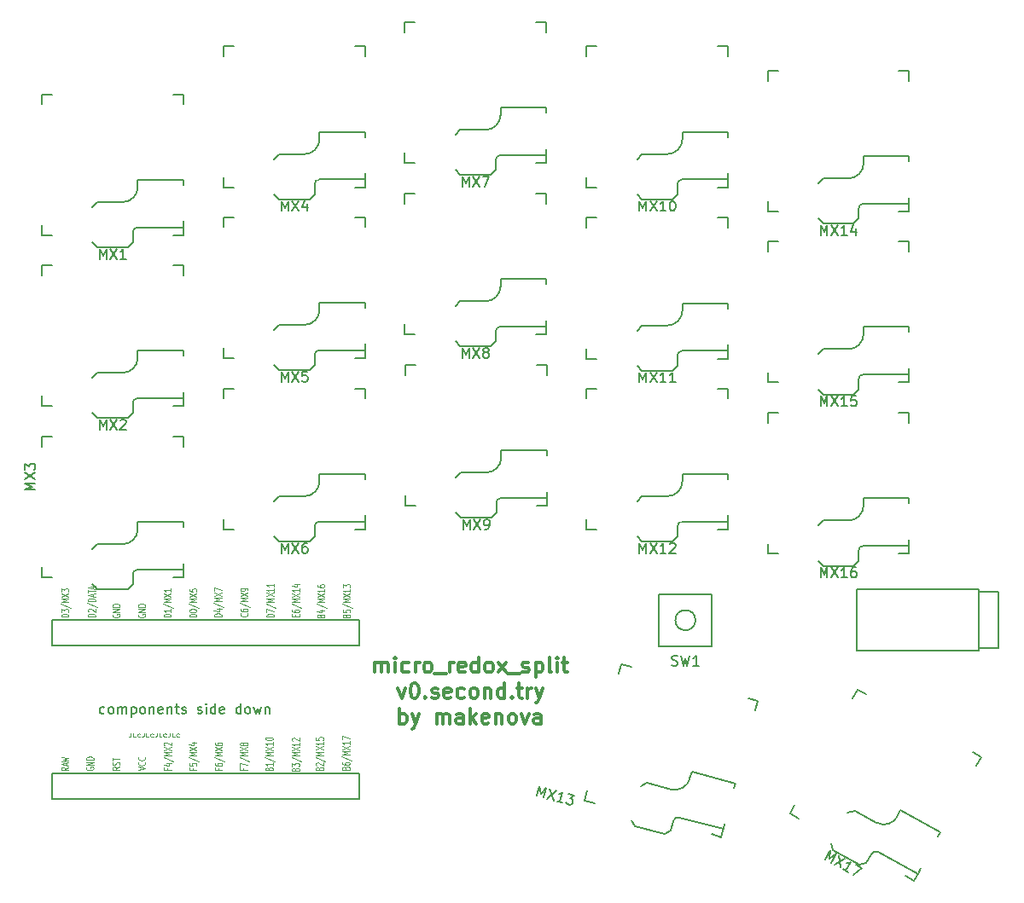
<source format=gbr>
G04 #@! TF.GenerationSoftware,KiCad,Pcbnew,(5.1.9-0-10_14)*
G04 #@! TF.CreationDate,2021-02-24T15:03:00-06:00*
G04 #@! TF.ProjectId,micro_redox_split,6d696372-6f5f-4726-9564-6f785f73706c,rev?*
G04 #@! TF.SameCoordinates,Original*
G04 #@! TF.FileFunction,Legend,Top*
G04 #@! TF.FilePolarity,Positive*
%FSLAX46Y46*%
G04 Gerber Fmt 4.6, Leading zero omitted, Abs format (unit mm)*
G04 Created by KiCad (PCBNEW (5.1.9-0-10_14)) date 2021-02-24 15:03:00*
%MOMM*%
%LPD*%
G01*
G04 APERTURE LIST*
%ADD10C,0.037500*%
%ADD11C,0.300000*%
%ADD12C,0.150000*%
%ADD13C,0.125000*%
G04 APERTURE END LIST*
D10*
X41949976Y-139599214D02*
X41949976Y-139813500D01*
X41926166Y-139856357D01*
X41878547Y-139884928D01*
X41807119Y-139899214D01*
X41759500Y-139899214D01*
X42426166Y-139899214D02*
X42188071Y-139899214D01*
X42188071Y-139599214D01*
X42878547Y-139870642D02*
X42854738Y-139884928D01*
X42783309Y-139899214D01*
X42735690Y-139899214D01*
X42664261Y-139884928D01*
X42616642Y-139856357D01*
X42592833Y-139827785D01*
X42569023Y-139770642D01*
X42569023Y-139727785D01*
X42592833Y-139670642D01*
X42616642Y-139642071D01*
X42664261Y-139613500D01*
X42735690Y-139599214D01*
X42783309Y-139599214D01*
X42854738Y-139613500D01*
X42878547Y-139627785D01*
X43235690Y-139599214D02*
X43235690Y-139813500D01*
X43211880Y-139856357D01*
X43164261Y-139884928D01*
X43092833Y-139899214D01*
X43045214Y-139899214D01*
X43711880Y-139899214D02*
X43473785Y-139899214D01*
X43473785Y-139599214D01*
X44164261Y-139870642D02*
X44140452Y-139884928D01*
X44069023Y-139899214D01*
X44021404Y-139899214D01*
X43949976Y-139884928D01*
X43902357Y-139856357D01*
X43878547Y-139827785D01*
X43854738Y-139770642D01*
X43854738Y-139727785D01*
X43878547Y-139670642D01*
X43902357Y-139642071D01*
X43949976Y-139613500D01*
X44021404Y-139599214D01*
X44069023Y-139599214D01*
X44140452Y-139613500D01*
X44164261Y-139627785D01*
X44521404Y-139599214D02*
X44521404Y-139813500D01*
X44497595Y-139856357D01*
X44449976Y-139884928D01*
X44378547Y-139899214D01*
X44330928Y-139899214D01*
X44997595Y-139899214D02*
X44759500Y-139899214D01*
X44759500Y-139599214D01*
X45449976Y-139870642D02*
X45426166Y-139884928D01*
X45354738Y-139899214D01*
X45307119Y-139899214D01*
X45235690Y-139884928D01*
X45188071Y-139856357D01*
X45164261Y-139827785D01*
X45140452Y-139770642D01*
X45140452Y-139727785D01*
X45164261Y-139670642D01*
X45188071Y-139642071D01*
X45235690Y-139613500D01*
X45307119Y-139599214D01*
X45354738Y-139599214D01*
X45426166Y-139613500D01*
X45449976Y-139627785D01*
X45807119Y-139599214D02*
X45807119Y-139813500D01*
X45783309Y-139856357D01*
X45735690Y-139884928D01*
X45664261Y-139899214D01*
X45616642Y-139899214D01*
X46283309Y-139899214D02*
X46045214Y-139899214D01*
X46045214Y-139599214D01*
X46735690Y-139870642D02*
X46711880Y-139884928D01*
X46640452Y-139899214D01*
X46592833Y-139899214D01*
X46521404Y-139884928D01*
X46473785Y-139856357D01*
X46449976Y-139827785D01*
X46426166Y-139770642D01*
X46426166Y-139727785D01*
X46449976Y-139670642D01*
X46473785Y-139642071D01*
X46521404Y-139613500D01*
X46592833Y-139599214D01*
X46640452Y-139599214D01*
X46711880Y-139613500D01*
X46735690Y-139627785D01*
D11*
X66164214Y-133510571D02*
X66164214Y-132510571D01*
X66164214Y-132653428D02*
X66235642Y-132582000D01*
X66378500Y-132510571D01*
X66592785Y-132510571D01*
X66735642Y-132582000D01*
X66807071Y-132724857D01*
X66807071Y-133510571D01*
X66807071Y-132724857D02*
X66878500Y-132582000D01*
X67021357Y-132510571D01*
X67235642Y-132510571D01*
X67378500Y-132582000D01*
X67449928Y-132724857D01*
X67449928Y-133510571D01*
X68164214Y-133510571D02*
X68164214Y-132510571D01*
X68164214Y-132010571D02*
X68092785Y-132082000D01*
X68164214Y-132153428D01*
X68235642Y-132082000D01*
X68164214Y-132010571D01*
X68164214Y-132153428D01*
X69521357Y-133439142D02*
X69378500Y-133510571D01*
X69092785Y-133510571D01*
X68949928Y-133439142D01*
X68878500Y-133367714D01*
X68807071Y-133224857D01*
X68807071Y-132796285D01*
X68878500Y-132653428D01*
X68949928Y-132582000D01*
X69092785Y-132510571D01*
X69378500Y-132510571D01*
X69521357Y-132582000D01*
X70164214Y-133510571D02*
X70164214Y-132510571D01*
X70164214Y-132796285D02*
X70235642Y-132653428D01*
X70307071Y-132582000D01*
X70449928Y-132510571D01*
X70592785Y-132510571D01*
X71307071Y-133510571D02*
X71164214Y-133439142D01*
X71092785Y-133367714D01*
X71021357Y-133224857D01*
X71021357Y-132796285D01*
X71092785Y-132653428D01*
X71164214Y-132582000D01*
X71307071Y-132510571D01*
X71521357Y-132510571D01*
X71664214Y-132582000D01*
X71735642Y-132653428D01*
X71807071Y-132796285D01*
X71807071Y-133224857D01*
X71735642Y-133367714D01*
X71664214Y-133439142D01*
X71521357Y-133510571D01*
X71307071Y-133510571D01*
X72092785Y-133653428D02*
X73235642Y-133653428D01*
X73592785Y-133510571D02*
X73592785Y-132510571D01*
X73592785Y-132796285D02*
X73664214Y-132653428D01*
X73735642Y-132582000D01*
X73878500Y-132510571D01*
X74021357Y-132510571D01*
X75092785Y-133439142D02*
X74949928Y-133510571D01*
X74664214Y-133510571D01*
X74521357Y-133439142D01*
X74449928Y-133296285D01*
X74449928Y-132724857D01*
X74521357Y-132582000D01*
X74664214Y-132510571D01*
X74949928Y-132510571D01*
X75092785Y-132582000D01*
X75164214Y-132724857D01*
X75164214Y-132867714D01*
X74449928Y-133010571D01*
X76449928Y-133510571D02*
X76449928Y-132010571D01*
X76449928Y-133439142D02*
X76307071Y-133510571D01*
X76021357Y-133510571D01*
X75878500Y-133439142D01*
X75807071Y-133367714D01*
X75735642Y-133224857D01*
X75735642Y-132796285D01*
X75807071Y-132653428D01*
X75878500Y-132582000D01*
X76021357Y-132510571D01*
X76307071Y-132510571D01*
X76449928Y-132582000D01*
X77378500Y-133510571D02*
X77235642Y-133439142D01*
X77164214Y-133367714D01*
X77092785Y-133224857D01*
X77092785Y-132796285D01*
X77164214Y-132653428D01*
X77235642Y-132582000D01*
X77378500Y-132510571D01*
X77592785Y-132510571D01*
X77735642Y-132582000D01*
X77807071Y-132653428D01*
X77878500Y-132796285D01*
X77878500Y-133224857D01*
X77807071Y-133367714D01*
X77735642Y-133439142D01*
X77592785Y-133510571D01*
X77378500Y-133510571D01*
X78378500Y-133510571D02*
X79164214Y-132510571D01*
X78378500Y-132510571D02*
X79164214Y-133510571D01*
X79378500Y-133653428D02*
X80521357Y-133653428D01*
X80807071Y-133439142D02*
X80949928Y-133510571D01*
X81235642Y-133510571D01*
X81378500Y-133439142D01*
X81449928Y-133296285D01*
X81449928Y-133224857D01*
X81378500Y-133082000D01*
X81235642Y-133010571D01*
X81021357Y-133010571D01*
X80878500Y-132939142D01*
X80807071Y-132796285D01*
X80807071Y-132724857D01*
X80878500Y-132582000D01*
X81021357Y-132510571D01*
X81235642Y-132510571D01*
X81378500Y-132582000D01*
X82092785Y-132510571D02*
X82092785Y-134010571D01*
X82092785Y-132582000D02*
X82235642Y-132510571D01*
X82521357Y-132510571D01*
X82664214Y-132582000D01*
X82735642Y-132653428D01*
X82807071Y-132796285D01*
X82807071Y-133224857D01*
X82735642Y-133367714D01*
X82664214Y-133439142D01*
X82521357Y-133510571D01*
X82235642Y-133510571D01*
X82092785Y-133439142D01*
X83664214Y-133510571D02*
X83521357Y-133439142D01*
X83449928Y-133296285D01*
X83449928Y-132010571D01*
X84235642Y-133510571D02*
X84235642Y-132510571D01*
X84235642Y-132010571D02*
X84164214Y-132082000D01*
X84235642Y-132153428D01*
X84307071Y-132082000D01*
X84235642Y-132010571D01*
X84235642Y-132153428D01*
X84735642Y-132510571D02*
X85307071Y-132510571D01*
X84949928Y-132010571D02*
X84949928Y-133296285D01*
X85021357Y-133439142D01*
X85164214Y-133510571D01*
X85307071Y-133510571D01*
X68449928Y-135060571D02*
X68807071Y-136060571D01*
X69164214Y-135060571D01*
X70021357Y-134560571D02*
X70164214Y-134560571D01*
X70307071Y-134632000D01*
X70378500Y-134703428D01*
X70449928Y-134846285D01*
X70521357Y-135132000D01*
X70521357Y-135489142D01*
X70449928Y-135774857D01*
X70378500Y-135917714D01*
X70307071Y-135989142D01*
X70164214Y-136060571D01*
X70021357Y-136060571D01*
X69878500Y-135989142D01*
X69807071Y-135917714D01*
X69735642Y-135774857D01*
X69664214Y-135489142D01*
X69664214Y-135132000D01*
X69735642Y-134846285D01*
X69807071Y-134703428D01*
X69878500Y-134632000D01*
X70021357Y-134560571D01*
X71164214Y-135917714D02*
X71235642Y-135989142D01*
X71164214Y-136060571D01*
X71092785Y-135989142D01*
X71164214Y-135917714D01*
X71164214Y-136060571D01*
X71807071Y-135989142D02*
X71949928Y-136060571D01*
X72235642Y-136060571D01*
X72378500Y-135989142D01*
X72449928Y-135846285D01*
X72449928Y-135774857D01*
X72378500Y-135632000D01*
X72235642Y-135560571D01*
X72021357Y-135560571D01*
X71878500Y-135489142D01*
X71807071Y-135346285D01*
X71807071Y-135274857D01*
X71878500Y-135132000D01*
X72021357Y-135060571D01*
X72235642Y-135060571D01*
X72378500Y-135132000D01*
X73664214Y-135989142D02*
X73521357Y-136060571D01*
X73235642Y-136060571D01*
X73092785Y-135989142D01*
X73021357Y-135846285D01*
X73021357Y-135274857D01*
X73092785Y-135132000D01*
X73235642Y-135060571D01*
X73521357Y-135060571D01*
X73664214Y-135132000D01*
X73735642Y-135274857D01*
X73735642Y-135417714D01*
X73021357Y-135560571D01*
X75021357Y-135989142D02*
X74878500Y-136060571D01*
X74592785Y-136060571D01*
X74449928Y-135989142D01*
X74378500Y-135917714D01*
X74307071Y-135774857D01*
X74307071Y-135346285D01*
X74378500Y-135203428D01*
X74449928Y-135132000D01*
X74592785Y-135060571D01*
X74878500Y-135060571D01*
X75021357Y-135132000D01*
X75878500Y-136060571D02*
X75735642Y-135989142D01*
X75664214Y-135917714D01*
X75592785Y-135774857D01*
X75592785Y-135346285D01*
X75664214Y-135203428D01*
X75735642Y-135132000D01*
X75878500Y-135060571D01*
X76092785Y-135060571D01*
X76235642Y-135132000D01*
X76307071Y-135203428D01*
X76378500Y-135346285D01*
X76378500Y-135774857D01*
X76307071Y-135917714D01*
X76235642Y-135989142D01*
X76092785Y-136060571D01*
X75878500Y-136060571D01*
X77021357Y-135060571D02*
X77021357Y-136060571D01*
X77021357Y-135203428D02*
X77092785Y-135132000D01*
X77235642Y-135060571D01*
X77449928Y-135060571D01*
X77592785Y-135132000D01*
X77664214Y-135274857D01*
X77664214Y-136060571D01*
X79021357Y-136060571D02*
X79021357Y-134560571D01*
X79021357Y-135989142D02*
X78878499Y-136060571D01*
X78592785Y-136060571D01*
X78449928Y-135989142D01*
X78378499Y-135917714D01*
X78307071Y-135774857D01*
X78307071Y-135346285D01*
X78378499Y-135203428D01*
X78449928Y-135132000D01*
X78592785Y-135060571D01*
X78878499Y-135060571D01*
X79021357Y-135132000D01*
X79735642Y-135917714D02*
X79807071Y-135989142D01*
X79735642Y-136060571D01*
X79664214Y-135989142D01*
X79735642Y-135917714D01*
X79735642Y-136060571D01*
X80235642Y-135060571D02*
X80807071Y-135060571D01*
X80449928Y-134560571D02*
X80449928Y-135846285D01*
X80521357Y-135989142D01*
X80664214Y-136060571D01*
X80807071Y-136060571D01*
X81307071Y-136060571D02*
X81307071Y-135060571D01*
X81307071Y-135346285D02*
X81378499Y-135203428D01*
X81449928Y-135132000D01*
X81592785Y-135060571D01*
X81735642Y-135060571D01*
X82092785Y-135060571D02*
X82449928Y-136060571D01*
X82807071Y-135060571D02*
X82449928Y-136060571D01*
X82307071Y-136417714D01*
X82235642Y-136489142D01*
X82092785Y-136560571D01*
X68628500Y-138610571D02*
X68628500Y-137110571D01*
X68628500Y-137682000D02*
X68771357Y-137610571D01*
X69057071Y-137610571D01*
X69199928Y-137682000D01*
X69271357Y-137753428D01*
X69342785Y-137896285D01*
X69342785Y-138324857D01*
X69271357Y-138467714D01*
X69199928Y-138539142D01*
X69057071Y-138610571D01*
X68771357Y-138610571D01*
X68628500Y-138539142D01*
X69842785Y-137610571D02*
X70199928Y-138610571D01*
X70557071Y-137610571D02*
X70199928Y-138610571D01*
X70057071Y-138967714D01*
X69985642Y-139039142D01*
X69842785Y-139110571D01*
X72271357Y-138610571D02*
X72271357Y-137610571D01*
X72271357Y-137753428D02*
X72342785Y-137682000D01*
X72485642Y-137610571D01*
X72699928Y-137610571D01*
X72842785Y-137682000D01*
X72914214Y-137824857D01*
X72914214Y-138610571D01*
X72914214Y-137824857D02*
X72985642Y-137682000D01*
X73128500Y-137610571D01*
X73342785Y-137610571D01*
X73485642Y-137682000D01*
X73557071Y-137824857D01*
X73557071Y-138610571D01*
X74914214Y-138610571D02*
X74914214Y-137824857D01*
X74842785Y-137682000D01*
X74699928Y-137610571D01*
X74414214Y-137610571D01*
X74271357Y-137682000D01*
X74914214Y-138539142D02*
X74771357Y-138610571D01*
X74414214Y-138610571D01*
X74271357Y-138539142D01*
X74199928Y-138396285D01*
X74199928Y-138253428D01*
X74271357Y-138110571D01*
X74414214Y-138039142D01*
X74771357Y-138039142D01*
X74914214Y-137967714D01*
X75628500Y-138610571D02*
X75628500Y-137110571D01*
X75771357Y-138039142D02*
X76199928Y-138610571D01*
X76199928Y-137610571D02*
X75628500Y-138182000D01*
X77414214Y-138539142D02*
X77271357Y-138610571D01*
X76985642Y-138610571D01*
X76842785Y-138539142D01*
X76771357Y-138396285D01*
X76771357Y-137824857D01*
X76842785Y-137682000D01*
X76985642Y-137610571D01*
X77271357Y-137610571D01*
X77414214Y-137682000D01*
X77485642Y-137824857D01*
X77485642Y-137967714D01*
X76771357Y-138110571D01*
X78128500Y-137610571D02*
X78128500Y-138610571D01*
X78128500Y-137753428D02*
X78199928Y-137682000D01*
X78342785Y-137610571D01*
X78557071Y-137610571D01*
X78699928Y-137682000D01*
X78771357Y-137824857D01*
X78771357Y-138610571D01*
X79699928Y-138610571D02*
X79557071Y-138539142D01*
X79485642Y-138467714D01*
X79414214Y-138324857D01*
X79414214Y-137896285D01*
X79485642Y-137753428D01*
X79557071Y-137682000D01*
X79699928Y-137610571D01*
X79914214Y-137610571D01*
X80057071Y-137682000D01*
X80128500Y-137753428D01*
X80199928Y-137896285D01*
X80199928Y-138324857D01*
X80128500Y-138467714D01*
X80057071Y-138539142D01*
X79914214Y-138610571D01*
X79699928Y-138610571D01*
X80699928Y-137610571D02*
X81057071Y-138610571D01*
X81414214Y-137610571D01*
X82628500Y-138610571D02*
X82628500Y-137824857D01*
X82557071Y-137682000D01*
X82414214Y-137610571D01*
X82128500Y-137610571D01*
X81985642Y-137682000D01*
X82628500Y-138539142D02*
X82485642Y-138610571D01*
X82128500Y-138610571D01*
X81985642Y-138539142D01*
X81914214Y-138396285D01*
X81914214Y-138253428D01*
X81985642Y-138110571D01*
X82128500Y-138039142D01*
X82485642Y-138039142D01*
X82628500Y-137967714D01*
D12*
X34099500Y-143510000D02*
X34099500Y-146050000D01*
X34099500Y-146050000D02*
X64579500Y-146050000D01*
X64579500Y-146050000D02*
X64579500Y-143510000D01*
X64579500Y-143510000D02*
X34099500Y-143510000D01*
X34099500Y-128270000D02*
X34099500Y-130810000D01*
X34099500Y-130810000D02*
X64579500Y-130810000D01*
X64579500Y-130810000D02*
X64579500Y-128270000D01*
X64579500Y-128270000D02*
X34099500Y-128270000D01*
X97964500Y-128333500D02*
G75*
G03*
X97964500Y-128333500I-1000000J0D01*
G01*
X94364500Y-130933500D02*
X94364500Y-125733500D01*
X99564500Y-130933500D02*
X94364500Y-130933500D01*
X99564500Y-125733500D02*
X99564500Y-130933500D01*
X94364500Y-125733500D02*
X99564500Y-125733500D01*
X128047500Y-131133500D02*
X128047500Y-125533500D01*
X126047500Y-125533500D02*
X128047500Y-125533500D01*
X126047500Y-131133500D02*
X128047500Y-131133500D01*
X126047500Y-125283500D02*
X113947500Y-125283500D01*
X126047500Y-131383500D02*
X113947500Y-131383500D01*
X113947500Y-131383500D02*
X113947500Y-125283500D01*
X126047500Y-131383500D02*
X126047500Y-125283500D01*
X117987294Y-147842795D02*
X118321305Y-147227623D01*
X118321305Y-147227623D02*
X122275982Y-149374837D01*
X114245524Y-152638538D02*
X114923512Y-152437709D01*
X115400671Y-151558892D02*
X114923512Y-152437709D01*
X120033335Y-153505277D02*
X116078658Y-151358063D01*
X113078299Y-147453214D02*
X113756287Y-147252385D01*
X120319631Y-152977987D02*
X120033335Y-153505277D01*
X113756287Y-147252385D02*
X115953330Y-148445282D01*
X111408243Y-150529074D02*
X111609072Y-151207062D01*
X111609072Y-151207062D02*
X114245524Y-152638538D01*
X122275982Y-149374837D02*
X122037402Y-149814246D01*
X107348169Y-147528108D02*
X107825328Y-146649291D01*
X108226986Y-148005267D02*
X107348169Y-147528108D01*
X114028392Y-135224669D02*
X114907209Y-135701828D01*
X113551233Y-136103486D02*
X114028392Y-135224669D01*
X126331831Y-141904892D02*
X125854672Y-142783709D01*
X125453014Y-141427733D02*
X126331831Y-141904892D01*
X119651608Y-154208331D02*
X118772791Y-153731172D01*
X120128767Y-153329514D02*
X119651608Y-154208331D01*
X116078659Y-151358064D02*
G75*
G03*
X115400671Y-151558892I-238580J-439408D01*
G01*
X115953329Y-148445282D02*
G75*
G03*
X117987294Y-147842795I715739J1318226D01*
G01*
X114641000Y-116944500D02*
X114641000Y-116244500D01*
X114641000Y-116244500D02*
X119141000Y-116244500D01*
X113641000Y-122944500D02*
X114141000Y-122444500D01*
X114141000Y-121444500D02*
X114141000Y-122444500D01*
X119141000Y-120944500D02*
X114641000Y-120944500D01*
X110141000Y-118944500D02*
X110641000Y-118444500D01*
X119141000Y-120344500D02*
X119141000Y-120944500D01*
X110641000Y-118444500D02*
X113141000Y-118444500D01*
X110141000Y-122444500D02*
X110641000Y-122944500D01*
X110641000Y-122944500D02*
X113641000Y-122944500D01*
X119141000Y-116244500D02*
X119141000Y-116744500D01*
X105141000Y-121744500D02*
X105141000Y-120744500D01*
X106141000Y-121744500D02*
X105141000Y-121744500D01*
X105141000Y-107744500D02*
X106141000Y-107744500D01*
X105141000Y-108744500D02*
X105141000Y-107744500D01*
X119141000Y-107744500D02*
X119141000Y-108744500D01*
X118141000Y-107744500D02*
X119141000Y-107744500D01*
X119141000Y-121744500D02*
X118141000Y-121744500D01*
X119141000Y-120744500D02*
X119141000Y-121744500D01*
X114641000Y-120944500D02*
G75*
G03*
X114141000Y-121444500I0J-500000D01*
G01*
X113141000Y-118444500D02*
G75*
G03*
X114641000Y-116944500I0J1500000D01*
G01*
X114641000Y-99926500D02*
X114641000Y-99226500D01*
X114641000Y-99226500D02*
X119141000Y-99226500D01*
X113641000Y-105926500D02*
X114141000Y-105426500D01*
X114141000Y-104426500D02*
X114141000Y-105426500D01*
X119141000Y-103926500D02*
X114641000Y-103926500D01*
X110141000Y-101926500D02*
X110641000Y-101426500D01*
X119141000Y-103326500D02*
X119141000Y-103926500D01*
X110641000Y-101426500D02*
X113141000Y-101426500D01*
X110141000Y-105426500D02*
X110641000Y-105926500D01*
X110641000Y-105926500D02*
X113641000Y-105926500D01*
X119141000Y-99226500D02*
X119141000Y-99726500D01*
X105141000Y-104726500D02*
X105141000Y-103726500D01*
X106141000Y-104726500D02*
X105141000Y-104726500D01*
X105141000Y-90726500D02*
X106141000Y-90726500D01*
X105141000Y-91726500D02*
X105141000Y-90726500D01*
X119141000Y-90726500D02*
X119141000Y-91726500D01*
X118141000Y-90726500D02*
X119141000Y-90726500D01*
X119141000Y-104726500D02*
X118141000Y-104726500D01*
X119141000Y-103726500D02*
X119141000Y-104726500D01*
X114641000Y-103926500D02*
G75*
G03*
X114141000Y-104426500I0J-500000D01*
G01*
X113141000Y-101426500D02*
G75*
G03*
X114641000Y-99926500I0J1500000D01*
G01*
X114641000Y-82972000D02*
X114641000Y-82272000D01*
X114641000Y-82272000D02*
X119141000Y-82272000D01*
X113641000Y-88972000D02*
X114141000Y-88472000D01*
X114141000Y-87472000D02*
X114141000Y-88472000D01*
X119141000Y-86972000D02*
X114641000Y-86972000D01*
X110141000Y-84972000D02*
X110641000Y-84472000D01*
X119141000Y-86372000D02*
X119141000Y-86972000D01*
X110641000Y-84472000D02*
X113141000Y-84472000D01*
X110141000Y-88472000D02*
X110641000Y-88972000D01*
X110641000Y-88972000D02*
X113641000Y-88972000D01*
X119141000Y-82272000D02*
X119141000Y-82772000D01*
X105141000Y-87772000D02*
X105141000Y-86772000D01*
X106141000Y-87772000D02*
X105141000Y-87772000D01*
X105141000Y-73772000D02*
X106141000Y-73772000D01*
X105141000Y-74772000D02*
X105141000Y-73772000D01*
X119141000Y-73772000D02*
X119141000Y-74772000D01*
X118141000Y-73772000D02*
X119141000Y-73772000D01*
X119141000Y-87772000D02*
X118141000Y-87772000D01*
X119141000Y-86772000D02*
X119141000Y-87772000D01*
X114641000Y-86972000D02*
G75*
G03*
X114141000Y-87472000I0J-500000D01*
G01*
X113141000Y-84472000D02*
G75*
G03*
X114641000Y-82972000I0J1500000D01*
G01*
X97412913Y-144059584D02*
X97594086Y-143383436D01*
X97594086Y-143383436D02*
X101940752Y-144548122D01*
X94894073Y-149596320D02*
X95506445Y-149242767D01*
X95765264Y-148276841D02*
X95506445Y-149242767D01*
X100724303Y-149087973D02*
X96377636Y-147923288D01*
X92548608Y-144826750D02*
X93160981Y-144473197D01*
X100879594Y-148508418D02*
X100724303Y-149087973D01*
X93160981Y-144473197D02*
X95575795Y-145120245D01*
X91642742Y-148207491D02*
X91996295Y-148819863D01*
X91996295Y-148819863D02*
X94894073Y-149596320D01*
X101940752Y-144548122D02*
X101811343Y-145031085D01*
X86994286Y-146237247D02*
X87253105Y-145271322D01*
X87960212Y-146496067D02*
X86994286Y-146237247D01*
X90617753Y-132714286D02*
X91583678Y-132973105D01*
X90358933Y-133680212D02*
X90617753Y-132714286D01*
X104140714Y-136337753D02*
X103881895Y-137303678D01*
X103174788Y-136078933D02*
X104140714Y-136337753D01*
X100517247Y-149860714D02*
X99551322Y-149601895D01*
X100776067Y-148894788D02*
X100517247Y-149860714D01*
X96377637Y-147923288D02*
G75*
G03*
X95765264Y-148276841I-129410J-482963D01*
G01*
X95575796Y-145120245D02*
G75*
G03*
X97412913Y-144059584I388228J1448889D01*
G01*
X96670500Y-114531500D02*
X96670500Y-113831500D01*
X96670500Y-113831500D02*
X101170500Y-113831500D01*
X95670500Y-120531500D02*
X96170500Y-120031500D01*
X96170500Y-119031500D02*
X96170500Y-120031500D01*
X101170500Y-118531500D02*
X96670500Y-118531500D01*
X92170500Y-116531500D02*
X92670500Y-116031500D01*
X101170500Y-117931500D02*
X101170500Y-118531500D01*
X92670500Y-116031500D02*
X95170500Y-116031500D01*
X92170500Y-120031500D02*
X92670500Y-120531500D01*
X92670500Y-120531500D02*
X95670500Y-120531500D01*
X101170500Y-113831500D02*
X101170500Y-114331500D01*
X87170500Y-119331500D02*
X87170500Y-118331500D01*
X88170500Y-119331500D02*
X87170500Y-119331500D01*
X87170500Y-105331500D02*
X88170500Y-105331500D01*
X87170500Y-106331500D02*
X87170500Y-105331500D01*
X101170500Y-105331500D02*
X101170500Y-106331500D01*
X100170500Y-105331500D02*
X101170500Y-105331500D01*
X101170500Y-119331500D02*
X100170500Y-119331500D01*
X101170500Y-118331500D02*
X101170500Y-119331500D01*
X96670500Y-118531500D02*
G75*
G03*
X96170500Y-119031500I0J-500000D01*
G01*
X95170500Y-116031500D02*
G75*
G03*
X96670500Y-114531500I0J1500000D01*
G01*
X96670500Y-97577000D02*
X96670500Y-96877000D01*
X96670500Y-96877000D02*
X101170500Y-96877000D01*
X95670500Y-103577000D02*
X96170500Y-103077000D01*
X96170500Y-102077000D02*
X96170500Y-103077000D01*
X101170500Y-101577000D02*
X96670500Y-101577000D01*
X92170500Y-99577000D02*
X92670500Y-99077000D01*
X101170500Y-100977000D02*
X101170500Y-101577000D01*
X92670500Y-99077000D02*
X95170500Y-99077000D01*
X92170500Y-103077000D02*
X92670500Y-103577000D01*
X92670500Y-103577000D02*
X95670500Y-103577000D01*
X101170500Y-96877000D02*
X101170500Y-97377000D01*
X87170500Y-102377000D02*
X87170500Y-101377000D01*
X88170500Y-102377000D02*
X87170500Y-102377000D01*
X87170500Y-88377000D02*
X88170500Y-88377000D01*
X87170500Y-89377000D02*
X87170500Y-88377000D01*
X101170500Y-88377000D02*
X101170500Y-89377000D01*
X100170500Y-88377000D02*
X101170500Y-88377000D01*
X101170500Y-102377000D02*
X100170500Y-102377000D01*
X101170500Y-101377000D02*
X101170500Y-102377000D01*
X96670500Y-101577000D02*
G75*
G03*
X96170500Y-102077000I0J-500000D01*
G01*
X95170500Y-99077000D02*
G75*
G03*
X96670500Y-97577000I0J1500000D01*
G01*
X96670500Y-80559000D02*
X96670500Y-79859000D01*
X96670500Y-79859000D02*
X101170500Y-79859000D01*
X95670500Y-86559000D02*
X96170500Y-86059000D01*
X96170500Y-85059000D02*
X96170500Y-86059000D01*
X101170500Y-84559000D02*
X96670500Y-84559000D01*
X92170500Y-82559000D02*
X92670500Y-82059000D01*
X101170500Y-83959000D02*
X101170500Y-84559000D01*
X92670500Y-82059000D02*
X95170500Y-82059000D01*
X92170500Y-86059000D02*
X92670500Y-86559000D01*
X92670500Y-86559000D02*
X95670500Y-86559000D01*
X101170500Y-79859000D02*
X101170500Y-80359000D01*
X87170500Y-85359000D02*
X87170500Y-84359000D01*
X88170500Y-85359000D02*
X87170500Y-85359000D01*
X87170500Y-71359000D02*
X88170500Y-71359000D01*
X87170500Y-72359000D02*
X87170500Y-71359000D01*
X101170500Y-71359000D02*
X101170500Y-72359000D01*
X100170500Y-71359000D02*
X101170500Y-71359000D01*
X101170500Y-85359000D02*
X100170500Y-85359000D01*
X101170500Y-84359000D02*
X101170500Y-85359000D01*
X96670500Y-84559000D02*
G75*
G03*
X96170500Y-85059000I0J-500000D01*
G01*
X95170500Y-82059000D02*
G75*
G03*
X96670500Y-80559000I0J1500000D01*
G01*
X78700000Y-112182000D02*
X78700000Y-111482000D01*
X78700000Y-111482000D02*
X83200000Y-111482000D01*
X77700000Y-118182000D02*
X78200000Y-117682000D01*
X78200000Y-116682000D02*
X78200000Y-117682000D01*
X83200000Y-116182000D02*
X78700000Y-116182000D01*
X74200000Y-114182000D02*
X74700000Y-113682000D01*
X83200000Y-115582000D02*
X83200000Y-116182000D01*
X74700000Y-113682000D02*
X77200000Y-113682000D01*
X74200000Y-117682000D02*
X74700000Y-118182000D01*
X74700000Y-118182000D02*
X77700000Y-118182000D01*
X83200000Y-111482000D02*
X83200000Y-111982000D01*
X69200000Y-116982000D02*
X69200000Y-115982000D01*
X70200000Y-116982000D02*
X69200000Y-116982000D01*
X69200000Y-102982000D02*
X70200000Y-102982000D01*
X69200000Y-103982000D02*
X69200000Y-102982000D01*
X83200000Y-102982000D02*
X83200000Y-103982000D01*
X82200000Y-102982000D02*
X83200000Y-102982000D01*
X83200000Y-116982000D02*
X82200000Y-116982000D01*
X83200000Y-115982000D02*
X83200000Y-116982000D01*
X78700000Y-116182000D02*
G75*
G03*
X78200000Y-116682000I0J-500000D01*
G01*
X77200000Y-113682000D02*
G75*
G03*
X78700000Y-112182000I0J1500000D01*
G01*
X78636500Y-95164000D02*
X78636500Y-94464000D01*
X78636500Y-94464000D02*
X83136500Y-94464000D01*
X77636500Y-101164000D02*
X78136500Y-100664000D01*
X78136500Y-99664000D02*
X78136500Y-100664000D01*
X83136500Y-99164000D02*
X78636500Y-99164000D01*
X74136500Y-97164000D02*
X74636500Y-96664000D01*
X83136500Y-98564000D02*
X83136500Y-99164000D01*
X74636500Y-96664000D02*
X77136500Y-96664000D01*
X74136500Y-100664000D02*
X74636500Y-101164000D01*
X74636500Y-101164000D02*
X77636500Y-101164000D01*
X83136500Y-94464000D02*
X83136500Y-94964000D01*
X69136500Y-99964000D02*
X69136500Y-98964000D01*
X70136500Y-99964000D02*
X69136500Y-99964000D01*
X69136500Y-85964000D02*
X70136500Y-85964000D01*
X69136500Y-86964000D02*
X69136500Y-85964000D01*
X83136500Y-85964000D02*
X83136500Y-86964000D01*
X82136500Y-85964000D02*
X83136500Y-85964000D01*
X83136500Y-99964000D02*
X82136500Y-99964000D01*
X83136500Y-98964000D02*
X83136500Y-99964000D01*
X78636500Y-99164000D02*
G75*
G03*
X78136500Y-99664000I0J-500000D01*
G01*
X77136500Y-96664000D02*
G75*
G03*
X78636500Y-95164000I0J1500000D01*
G01*
X78636500Y-78146000D02*
X78636500Y-77446000D01*
X78636500Y-77446000D02*
X83136500Y-77446000D01*
X77636500Y-84146000D02*
X78136500Y-83646000D01*
X78136500Y-82646000D02*
X78136500Y-83646000D01*
X83136500Y-82146000D02*
X78636500Y-82146000D01*
X74136500Y-80146000D02*
X74636500Y-79646000D01*
X83136500Y-81546000D02*
X83136500Y-82146000D01*
X74636500Y-79646000D02*
X77136500Y-79646000D01*
X74136500Y-83646000D02*
X74636500Y-84146000D01*
X74636500Y-84146000D02*
X77636500Y-84146000D01*
X83136500Y-77446000D02*
X83136500Y-77946000D01*
X69136500Y-82946000D02*
X69136500Y-81946000D01*
X70136500Y-82946000D02*
X69136500Y-82946000D01*
X69136500Y-68946000D02*
X70136500Y-68946000D01*
X69136500Y-69946000D02*
X69136500Y-68946000D01*
X83136500Y-68946000D02*
X83136500Y-69946000D01*
X82136500Y-68946000D02*
X83136500Y-68946000D01*
X83136500Y-82946000D02*
X82136500Y-82946000D01*
X83136500Y-81946000D02*
X83136500Y-82946000D01*
X78636500Y-82146000D02*
G75*
G03*
X78136500Y-82646000I0J-500000D01*
G01*
X77136500Y-79646000D02*
G75*
G03*
X78636500Y-78146000I0J1500000D01*
G01*
X60666000Y-114531500D02*
X60666000Y-113831500D01*
X60666000Y-113831500D02*
X65166000Y-113831500D01*
X59666000Y-120531500D02*
X60166000Y-120031500D01*
X60166000Y-119031500D02*
X60166000Y-120031500D01*
X65166000Y-118531500D02*
X60666000Y-118531500D01*
X56166000Y-116531500D02*
X56666000Y-116031500D01*
X65166000Y-117931500D02*
X65166000Y-118531500D01*
X56666000Y-116031500D02*
X59166000Y-116031500D01*
X56166000Y-120031500D02*
X56666000Y-120531500D01*
X56666000Y-120531500D02*
X59666000Y-120531500D01*
X65166000Y-113831500D02*
X65166000Y-114331500D01*
X51166000Y-119331500D02*
X51166000Y-118331500D01*
X52166000Y-119331500D02*
X51166000Y-119331500D01*
X51166000Y-105331500D02*
X52166000Y-105331500D01*
X51166000Y-106331500D02*
X51166000Y-105331500D01*
X65166000Y-105331500D02*
X65166000Y-106331500D01*
X64166000Y-105331500D02*
X65166000Y-105331500D01*
X65166000Y-119331500D02*
X64166000Y-119331500D01*
X65166000Y-118331500D02*
X65166000Y-119331500D01*
X60666000Y-118531500D02*
G75*
G03*
X60166000Y-119031500I0J-500000D01*
G01*
X59166000Y-116031500D02*
G75*
G03*
X60666000Y-114531500I0J1500000D01*
G01*
X60666000Y-97513500D02*
X60666000Y-96813500D01*
X60666000Y-96813500D02*
X65166000Y-96813500D01*
X59666000Y-103513500D02*
X60166000Y-103013500D01*
X60166000Y-102013500D02*
X60166000Y-103013500D01*
X65166000Y-101513500D02*
X60666000Y-101513500D01*
X56166000Y-99513500D02*
X56666000Y-99013500D01*
X65166000Y-100913500D02*
X65166000Y-101513500D01*
X56666000Y-99013500D02*
X59166000Y-99013500D01*
X56166000Y-103013500D02*
X56666000Y-103513500D01*
X56666000Y-103513500D02*
X59666000Y-103513500D01*
X65166000Y-96813500D02*
X65166000Y-97313500D01*
X51166000Y-102313500D02*
X51166000Y-101313500D01*
X52166000Y-102313500D02*
X51166000Y-102313500D01*
X51166000Y-88313500D02*
X52166000Y-88313500D01*
X51166000Y-89313500D02*
X51166000Y-88313500D01*
X65166000Y-88313500D02*
X65166000Y-89313500D01*
X64166000Y-88313500D02*
X65166000Y-88313500D01*
X65166000Y-102313500D02*
X64166000Y-102313500D01*
X65166000Y-101313500D02*
X65166000Y-102313500D01*
X60666000Y-101513500D02*
G75*
G03*
X60166000Y-102013500I0J-500000D01*
G01*
X59166000Y-99013500D02*
G75*
G03*
X60666000Y-97513500I0J1500000D01*
G01*
X60666000Y-80559000D02*
X60666000Y-79859000D01*
X60666000Y-79859000D02*
X65166000Y-79859000D01*
X59666000Y-86559000D02*
X60166000Y-86059000D01*
X60166000Y-85059000D02*
X60166000Y-86059000D01*
X65166000Y-84559000D02*
X60666000Y-84559000D01*
X56166000Y-82559000D02*
X56666000Y-82059000D01*
X65166000Y-83959000D02*
X65166000Y-84559000D01*
X56666000Y-82059000D02*
X59166000Y-82059000D01*
X56166000Y-86059000D02*
X56666000Y-86559000D01*
X56666000Y-86559000D02*
X59666000Y-86559000D01*
X65166000Y-79859000D02*
X65166000Y-80359000D01*
X51166000Y-85359000D02*
X51166000Y-84359000D01*
X52166000Y-85359000D02*
X51166000Y-85359000D01*
X51166000Y-71359000D02*
X52166000Y-71359000D01*
X51166000Y-72359000D02*
X51166000Y-71359000D01*
X65166000Y-71359000D02*
X65166000Y-72359000D01*
X64166000Y-71359000D02*
X65166000Y-71359000D01*
X65166000Y-85359000D02*
X64166000Y-85359000D01*
X65166000Y-84359000D02*
X65166000Y-85359000D01*
X60666000Y-84559000D02*
G75*
G03*
X60166000Y-85059000I0J-500000D01*
G01*
X59166000Y-82059000D02*
G75*
G03*
X60666000Y-80559000I0J1500000D01*
G01*
X42632000Y-119294000D02*
X42632000Y-118594000D01*
X42632000Y-118594000D02*
X47132000Y-118594000D01*
X41632000Y-125294000D02*
X42132000Y-124794000D01*
X42132000Y-123794000D02*
X42132000Y-124794000D01*
X47132000Y-123294000D02*
X42632000Y-123294000D01*
X38132000Y-121294000D02*
X38632000Y-120794000D01*
X47132000Y-122694000D02*
X47132000Y-123294000D01*
X38632000Y-120794000D02*
X41132000Y-120794000D01*
X38132000Y-124794000D02*
X38632000Y-125294000D01*
X38632000Y-125294000D02*
X41632000Y-125294000D01*
X47132000Y-118594000D02*
X47132000Y-119094000D01*
X33132000Y-124094000D02*
X33132000Y-123094000D01*
X34132000Y-124094000D02*
X33132000Y-124094000D01*
X33132000Y-110094000D02*
X34132000Y-110094000D01*
X33132000Y-111094000D02*
X33132000Y-110094000D01*
X47132000Y-110094000D02*
X47132000Y-111094000D01*
X46132000Y-110094000D02*
X47132000Y-110094000D01*
X47132000Y-124094000D02*
X46132000Y-124094000D01*
X47132000Y-123094000D02*
X47132000Y-124094000D01*
X42632000Y-123294000D02*
G75*
G03*
X42132000Y-123794000I0J-500000D01*
G01*
X41132000Y-120794000D02*
G75*
G03*
X42632000Y-119294000I0J1500000D01*
G01*
X42632000Y-102276000D02*
X42632000Y-101576000D01*
X42632000Y-101576000D02*
X47132000Y-101576000D01*
X41632000Y-108276000D02*
X42132000Y-107776000D01*
X42132000Y-106776000D02*
X42132000Y-107776000D01*
X47132000Y-106276000D02*
X42632000Y-106276000D01*
X38132000Y-104276000D02*
X38632000Y-103776000D01*
X47132000Y-105676000D02*
X47132000Y-106276000D01*
X38632000Y-103776000D02*
X41132000Y-103776000D01*
X38132000Y-107776000D02*
X38632000Y-108276000D01*
X38632000Y-108276000D02*
X41632000Y-108276000D01*
X47132000Y-101576000D02*
X47132000Y-102076000D01*
X33132000Y-107076000D02*
X33132000Y-106076000D01*
X34132000Y-107076000D02*
X33132000Y-107076000D01*
X33132000Y-93076000D02*
X34132000Y-93076000D01*
X33132000Y-94076000D02*
X33132000Y-93076000D01*
X47132000Y-93076000D02*
X47132000Y-94076000D01*
X46132000Y-93076000D02*
X47132000Y-93076000D01*
X47132000Y-107076000D02*
X46132000Y-107076000D01*
X47132000Y-106076000D02*
X47132000Y-107076000D01*
X42632000Y-106276000D02*
G75*
G03*
X42132000Y-106776000I0J-500000D01*
G01*
X41132000Y-103776000D02*
G75*
G03*
X42632000Y-102276000I0J1500000D01*
G01*
X42632000Y-85321500D02*
X42632000Y-84621500D01*
X42632000Y-84621500D02*
X47132000Y-84621500D01*
X41632000Y-91321500D02*
X42132000Y-90821500D01*
X42132000Y-89821500D02*
X42132000Y-90821500D01*
X47132000Y-89321500D02*
X42632000Y-89321500D01*
X38132000Y-87321500D02*
X38632000Y-86821500D01*
X47132000Y-88721500D02*
X47132000Y-89321500D01*
X38632000Y-86821500D02*
X41132000Y-86821500D01*
X38132000Y-90821500D02*
X38632000Y-91321500D01*
X38632000Y-91321500D02*
X41632000Y-91321500D01*
X47132000Y-84621500D02*
X47132000Y-85121500D01*
X33132000Y-90121500D02*
X33132000Y-89121500D01*
X34132000Y-90121500D02*
X33132000Y-90121500D01*
X33132000Y-76121500D02*
X34132000Y-76121500D01*
X33132000Y-77121500D02*
X33132000Y-76121500D01*
X47132000Y-76121500D02*
X47132000Y-77121500D01*
X46132000Y-76121500D02*
X47132000Y-76121500D01*
X47132000Y-90121500D02*
X46132000Y-90121500D01*
X47132000Y-89121500D02*
X47132000Y-90121500D01*
X42632000Y-89321500D02*
G75*
G03*
X42132000Y-89821500I0J-500000D01*
G01*
X41132000Y-86821500D02*
G75*
G03*
X42632000Y-85321500I0J1500000D01*
G01*
D13*
X53480857Y-127665714D02*
X53516571Y-127689523D01*
X53552285Y-127760952D01*
X53552285Y-127808571D01*
X53516571Y-127880000D01*
X53445142Y-127927619D01*
X53373714Y-127951428D01*
X53230857Y-127975238D01*
X53123714Y-127975238D01*
X52980857Y-127951428D01*
X52909428Y-127927619D01*
X52838000Y-127880000D01*
X52802285Y-127808571D01*
X52802285Y-127760952D01*
X52838000Y-127689523D01*
X52873714Y-127665714D01*
X52802285Y-127237142D02*
X52802285Y-127332380D01*
X52838000Y-127380000D01*
X52873714Y-127403809D01*
X52980857Y-127451428D01*
X53123714Y-127475238D01*
X53409428Y-127475238D01*
X53480857Y-127451428D01*
X53516571Y-127427619D01*
X53552285Y-127380000D01*
X53552285Y-127284761D01*
X53516571Y-127237142D01*
X53480857Y-127213333D01*
X53409428Y-127189523D01*
X53230857Y-127189523D01*
X53159428Y-127213333D01*
X53123714Y-127237142D01*
X53088000Y-127284761D01*
X53088000Y-127380000D01*
X53123714Y-127427619D01*
X53159428Y-127451428D01*
X53230857Y-127475238D01*
X52766571Y-126618095D02*
X53730857Y-127046666D01*
X53552285Y-126451428D02*
X52802285Y-126451428D01*
X53338000Y-126284761D01*
X52802285Y-126118095D01*
X53552285Y-126118095D01*
X52802285Y-125927619D02*
X53552285Y-125594285D01*
X52802285Y-125594285D02*
X53552285Y-125927619D01*
X53552285Y-125380000D02*
X53552285Y-125284761D01*
X53516571Y-125237142D01*
X53480857Y-125213333D01*
X53373714Y-125165714D01*
X53230857Y-125141904D01*
X52945142Y-125141904D01*
X52873714Y-125165714D01*
X52838000Y-125189523D01*
X52802285Y-125237142D01*
X52802285Y-125332380D01*
X52838000Y-125380000D01*
X52873714Y-125403809D01*
X52945142Y-125427619D01*
X53123714Y-125427619D01*
X53195142Y-125403809D01*
X53230857Y-125380000D01*
X53266571Y-125332380D01*
X53266571Y-125237142D01*
X53230857Y-125189523D01*
X53195142Y-125165714D01*
X53123714Y-125141904D01*
X55635928Y-143082380D02*
X55671642Y-143010952D01*
X55707357Y-142987142D01*
X55778785Y-142963333D01*
X55885928Y-142963333D01*
X55957357Y-142987142D01*
X55993071Y-143010952D01*
X56028785Y-143058571D01*
X56028785Y-143249047D01*
X55278785Y-143249047D01*
X55278785Y-143082380D01*
X55314500Y-143034761D01*
X55350214Y-143010952D01*
X55421642Y-142987142D01*
X55493071Y-142987142D01*
X55564500Y-143010952D01*
X55600214Y-143034761D01*
X55635928Y-143082380D01*
X55635928Y-143249047D01*
X56028785Y-142487142D02*
X56028785Y-142772857D01*
X56028785Y-142630000D02*
X55278785Y-142630000D01*
X55385928Y-142677619D01*
X55457357Y-142725238D01*
X55493071Y-142772857D01*
X55243071Y-141915714D02*
X56207357Y-142344285D01*
X56028785Y-141749047D02*
X55278785Y-141749047D01*
X55814500Y-141582380D01*
X55278785Y-141415714D01*
X56028785Y-141415714D01*
X55278785Y-141225238D02*
X56028785Y-140891904D01*
X55278785Y-140891904D02*
X56028785Y-141225238D01*
X56028785Y-140439523D02*
X56028785Y-140725238D01*
X56028785Y-140582380D02*
X55278785Y-140582380D01*
X55385928Y-140630000D01*
X55457357Y-140677619D01*
X55493071Y-140725238D01*
X55278785Y-140130000D02*
X55278785Y-140082380D01*
X55314500Y-140034761D01*
X55350214Y-140010952D01*
X55421642Y-139987142D01*
X55564500Y-139963333D01*
X55743071Y-139963333D01*
X55885928Y-139987142D01*
X55957357Y-140010952D01*
X55993071Y-140034761D01*
X56028785Y-140082380D01*
X56028785Y-140130000D01*
X55993071Y-140177619D01*
X55957357Y-140201428D01*
X55885928Y-140225238D01*
X55743071Y-140249047D01*
X55564500Y-140249047D01*
X55421642Y-140225238D01*
X55350214Y-140201428D01*
X55314500Y-140177619D01*
X55278785Y-140130000D01*
X56155785Y-127999047D02*
X55405785Y-127999047D01*
X55405785Y-127880000D01*
X55441500Y-127808571D01*
X55512928Y-127760952D01*
X55584357Y-127737142D01*
X55727214Y-127713333D01*
X55834357Y-127713333D01*
X55977214Y-127737142D01*
X56048642Y-127760952D01*
X56120071Y-127808571D01*
X56155785Y-127880000D01*
X56155785Y-127999047D01*
X55405785Y-127546666D02*
X55405785Y-127213333D01*
X56155785Y-127427619D01*
X55370071Y-126665714D02*
X56334357Y-127094285D01*
X56155785Y-126499047D02*
X55405785Y-126499047D01*
X55941500Y-126332380D01*
X55405785Y-126165714D01*
X56155785Y-126165714D01*
X55405785Y-125975238D02*
X56155785Y-125641904D01*
X55405785Y-125641904D02*
X56155785Y-125975238D01*
X56155785Y-125189523D02*
X56155785Y-125475238D01*
X56155785Y-125332380D02*
X55405785Y-125332380D01*
X55512928Y-125380000D01*
X55584357Y-125427619D01*
X55620071Y-125475238D01*
X56155785Y-124713333D02*
X56155785Y-124999047D01*
X56155785Y-124856190D02*
X55405785Y-124856190D01*
X55512928Y-124903809D01*
X55584357Y-124951428D01*
X55620071Y-124999047D01*
X58273928Y-143132380D02*
X58309642Y-143060952D01*
X58345357Y-143037142D01*
X58416785Y-143013333D01*
X58523928Y-143013333D01*
X58595357Y-143037142D01*
X58631071Y-143060952D01*
X58666785Y-143108571D01*
X58666785Y-143299047D01*
X57916785Y-143299047D01*
X57916785Y-143132380D01*
X57952500Y-143084761D01*
X57988214Y-143060952D01*
X58059642Y-143037142D01*
X58131071Y-143037142D01*
X58202500Y-143060952D01*
X58238214Y-143084761D01*
X58273928Y-143132380D01*
X58273928Y-143299047D01*
X57916785Y-142846666D02*
X57916785Y-142537142D01*
X58202500Y-142703809D01*
X58202500Y-142632380D01*
X58238214Y-142584761D01*
X58273928Y-142560952D01*
X58345357Y-142537142D01*
X58523928Y-142537142D01*
X58595357Y-142560952D01*
X58631071Y-142584761D01*
X58666785Y-142632380D01*
X58666785Y-142775238D01*
X58631071Y-142822857D01*
X58595357Y-142846666D01*
X57881071Y-141965714D02*
X58845357Y-142394285D01*
X58666785Y-141799047D02*
X57916785Y-141799047D01*
X58452500Y-141632380D01*
X57916785Y-141465714D01*
X58666785Y-141465714D01*
X57916785Y-141275238D02*
X58666785Y-140941904D01*
X57916785Y-140941904D02*
X58666785Y-141275238D01*
X58666785Y-140489523D02*
X58666785Y-140775238D01*
X58666785Y-140632380D02*
X57916785Y-140632380D01*
X58023928Y-140680000D01*
X58095357Y-140727619D01*
X58131071Y-140775238D01*
X57988214Y-140299047D02*
X57952500Y-140275238D01*
X57916785Y-140227619D01*
X57916785Y-140108571D01*
X57952500Y-140060952D01*
X57988214Y-140037142D01*
X58059642Y-140013333D01*
X58131071Y-140013333D01*
X58238214Y-140037142D01*
X58666785Y-140322857D01*
X58666785Y-140013333D01*
X58273928Y-127975238D02*
X58273928Y-127808571D01*
X58666785Y-127737142D02*
X58666785Y-127975238D01*
X57916785Y-127975238D01*
X57916785Y-127737142D01*
X57916785Y-127308571D02*
X57916785Y-127403809D01*
X57952500Y-127451428D01*
X57988214Y-127475238D01*
X58095357Y-127522857D01*
X58238214Y-127546666D01*
X58523928Y-127546666D01*
X58595357Y-127522857D01*
X58631071Y-127499047D01*
X58666785Y-127451428D01*
X58666785Y-127356190D01*
X58631071Y-127308571D01*
X58595357Y-127284761D01*
X58523928Y-127260952D01*
X58345357Y-127260952D01*
X58273928Y-127284761D01*
X58238214Y-127308571D01*
X58202500Y-127356190D01*
X58202500Y-127451428D01*
X58238214Y-127499047D01*
X58273928Y-127522857D01*
X58345357Y-127546666D01*
X57881071Y-126689523D02*
X58845357Y-127118095D01*
X58666785Y-126522857D02*
X57916785Y-126522857D01*
X58452500Y-126356190D01*
X57916785Y-126189523D01*
X58666785Y-126189523D01*
X57916785Y-125999047D02*
X58666785Y-125665714D01*
X57916785Y-125665714D02*
X58666785Y-125999047D01*
X58666785Y-125213333D02*
X58666785Y-125499047D01*
X58666785Y-125356190D02*
X57916785Y-125356190D01*
X58023928Y-125403809D01*
X58095357Y-125451428D01*
X58131071Y-125499047D01*
X58166785Y-124784761D02*
X58666785Y-124784761D01*
X57881071Y-124903809D02*
X58416785Y-125022857D01*
X58416785Y-124713333D01*
X60652428Y-143069452D02*
X60688142Y-142998023D01*
X60723857Y-142974214D01*
X60795285Y-142950404D01*
X60902428Y-142950404D01*
X60973857Y-142974214D01*
X61009571Y-142998023D01*
X61045285Y-143045642D01*
X61045285Y-143236119D01*
X60295285Y-143236119D01*
X60295285Y-143069452D01*
X60331000Y-143021833D01*
X60366714Y-142998023D01*
X60438142Y-142974214D01*
X60509571Y-142974214D01*
X60581000Y-142998023D01*
X60616714Y-143021833D01*
X60652428Y-143069452D01*
X60652428Y-143236119D01*
X60366714Y-142759928D02*
X60331000Y-142736119D01*
X60295285Y-142688500D01*
X60295285Y-142569452D01*
X60331000Y-142521833D01*
X60366714Y-142498023D01*
X60438142Y-142474214D01*
X60509571Y-142474214D01*
X60616714Y-142498023D01*
X61045285Y-142783738D01*
X61045285Y-142474214D01*
X60259571Y-141902785D02*
X61223857Y-142331357D01*
X61045285Y-141736119D02*
X60295285Y-141736119D01*
X60831000Y-141569452D01*
X60295285Y-141402785D01*
X61045285Y-141402785D01*
X60295285Y-141212309D02*
X61045285Y-140878976D01*
X60295285Y-140878976D02*
X61045285Y-141212309D01*
X61045285Y-140426595D02*
X61045285Y-140712309D01*
X61045285Y-140569452D02*
X60295285Y-140569452D01*
X60402428Y-140617071D01*
X60473857Y-140664690D01*
X60509571Y-140712309D01*
X60295285Y-139974214D02*
X60295285Y-140212309D01*
X60652428Y-140236119D01*
X60616714Y-140212309D01*
X60581000Y-140164690D01*
X60581000Y-140045642D01*
X60616714Y-139998023D01*
X60652428Y-139974214D01*
X60723857Y-139950404D01*
X60902428Y-139950404D01*
X60973857Y-139974214D01*
X61009571Y-139998023D01*
X61045285Y-140045642D01*
X61045285Y-140164690D01*
X61009571Y-140212309D01*
X60973857Y-140236119D01*
X60779428Y-127892904D02*
X60815142Y-127821476D01*
X60850857Y-127797666D01*
X60922285Y-127773857D01*
X61029428Y-127773857D01*
X61100857Y-127797666D01*
X61136571Y-127821476D01*
X61172285Y-127869095D01*
X61172285Y-128059571D01*
X60422285Y-128059571D01*
X60422285Y-127892904D01*
X60458000Y-127845285D01*
X60493714Y-127821476D01*
X60565142Y-127797666D01*
X60636571Y-127797666D01*
X60708000Y-127821476D01*
X60743714Y-127845285D01*
X60779428Y-127892904D01*
X60779428Y-128059571D01*
X60672285Y-127345285D02*
X61172285Y-127345285D01*
X60386571Y-127464333D02*
X60922285Y-127583380D01*
X60922285Y-127273857D01*
X60386571Y-126726238D02*
X61350857Y-127154809D01*
X61172285Y-126559571D02*
X60422285Y-126559571D01*
X60958000Y-126392904D01*
X60422285Y-126226238D01*
X61172285Y-126226238D01*
X60422285Y-126035761D02*
X61172285Y-125702428D01*
X60422285Y-125702428D02*
X61172285Y-126035761D01*
X61172285Y-125250047D02*
X61172285Y-125535761D01*
X61172285Y-125392904D02*
X60422285Y-125392904D01*
X60529428Y-125440523D01*
X60600857Y-125488142D01*
X60636571Y-125535761D01*
X60422285Y-124821476D02*
X60422285Y-124916714D01*
X60458000Y-124964333D01*
X60493714Y-124988142D01*
X60600857Y-125035761D01*
X60743714Y-125059571D01*
X61029428Y-125059571D01*
X61100857Y-125035761D01*
X61136571Y-125011952D01*
X61172285Y-124964333D01*
X61172285Y-124869095D01*
X61136571Y-124821476D01*
X61100857Y-124797666D01*
X61029428Y-124773857D01*
X60850857Y-124773857D01*
X60779428Y-124797666D01*
X60743714Y-124821476D01*
X60708000Y-124869095D01*
X60708000Y-124964333D01*
X60743714Y-125011952D01*
X60779428Y-125035761D01*
X60850857Y-125059571D01*
X63319428Y-127892904D02*
X63355142Y-127821476D01*
X63390857Y-127797666D01*
X63462285Y-127773857D01*
X63569428Y-127773857D01*
X63640857Y-127797666D01*
X63676571Y-127821476D01*
X63712285Y-127869095D01*
X63712285Y-128059571D01*
X62962285Y-128059571D01*
X62962285Y-127892904D01*
X62998000Y-127845285D01*
X63033714Y-127821476D01*
X63105142Y-127797666D01*
X63176571Y-127797666D01*
X63248000Y-127821476D01*
X63283714Y-127845285D01*
X63319428Y-127892904D01*
X63319428Y-128059571D01*
X62962285Y-127321476D02*
X62962285Y-127559571D01*
X63319428Y-127583380D01*
X63283714Y-127559571D01*
X63248000Y-127511952D01*
X63248000Y-127392904D01*
X63283714Y-127345285D01*
X63319428Y-127321476D01*
X63390857Y-127297666D01*
X63569428Y-127297666D01*
X63640857Y-127321476D01*
X63676571Y-127345285D01*
X63712285Y-127392904D01*
X63712285Y-127511952D01*
X63676571Y-127559571D01*
X63640857Y-127583380D01*
X62926571Y-126726238D02*
X63890857Y-127154809D01*
X63712285Y-126559571D02*
X62962285Y-126559571D01*
X63498000Y-126392904D01*
X62962285Y-126226238D01*
X63712285Y-126226238D01*
X62962285Y-126035761D02*
X63712285Y-125702428D01*
X62962285Y-125702428D02*
X63712285Y-126035761D01*
X63712285Y-125250047D02*
X63712285Y-125535761D01*
X63712285Y-125392904D02*
X62962285Y-125392904D01*
X63069428Y-125440523D01*
X63140857Y-125488142D01*
X63176571Y-125535761D01*
X62962285Y-125083380D02*
X62962285Y-124773857D01*
X63248000Y-124940523D01*
X63248000Y-124869095D01*
X63283714Y-124821476D01*
X63319428Y-124797666D01*
X63390857Y-124773857D01*
X63569428Y-124773857D01*
X63640857Y-124797666D01*
X63676571Y-124821476D01*
X63712285Y-124869095D01*
X63712285Y-125011952D01*
X63676571Y-125059571D01*
X63640857Y-125083380D01*
X63255928Y-143005952D02*
X63291642Y-142934523D01*
X63327357Y-142910714D01*
X63398785Y-142886904D01*
X63505928Y-142886904D01*
X63577357Y-142910714D01*
X63613071Y-142934523D01*
X63648785Y-142982142D01*
X63648785Y-143172619D01*
X62898785Y-143172619D01*
X62898785Y-143005952D01*
X62934500Y-142958333D01*
X62970214Y-142934523D01*
X63041642Y-142910714D01*
X63113071Y-142910714D01*
X63184500Y-142934523D01*
X63220214Y-142958333D01*
X63255928Y-143005952D01*
X63255928Y-143172619D01*
X62898785Y-142458333D02*
X62898785Y-142553571D01*
X62934500Y-142601190D01*
X62970214Y-142625000D01*
X63077357Y-142672619D01*
X63220214Y-142696428D01*
X63505928Y-142696428D01*
X63577357Y-142672619D01*
X63613071Y-142648809D01*
X63648785Y-142601190D01*
X63648785Y-142505952D01*
X63613071Y-142458333D01*
X63577357Y-142434523D01*
X63505928Y-142410714D01*
X63327357Y-142410714D01*
X63255928Y-142434523D01*
X63220214Y-142458333D01*
X63184500Y-142505952D01*
X63184500Y-142601190D01*
X63220214Y-142648809D01*
X63255928Y-142672619D01*
X63327357Y-142696428D01*
X62863071Y-141839285D02*
X63827357Y-142267857D01*
X63648785Y-141672619D02*
X62898785Y-141672619D01*
X63434500Y-141505952D01*
X62898785Y-141339285D01*
X63648785Y-141339285D01*
X62898785Y-141148809D02*
X63648785Y-140815476D01*
X62898785Y-140815476D02*
X63648785Y-141148809D01*
X63648785Y-140363095D02*
X63648785Y-140648809D01*
X63648785Y-140505952D02*
X62898785Y-140505952D01*
X63005928Y-140553571D01*
X63077357Y-140601190D01*
X63113071Y-140648809D01*
X62898785Y-140196428D02*
X62898785Y-139863095D01*
X63648785Y-140077380D01*
X45573928Y-143049047D02*
X45573928Y-143215714D01*
X45966785Y-143215714D02*
X45216785Y-143215714D01*
X45216785Y-142977619D01*
X45466785Y-142572857D02*
X45966785Y-142572857D01*
X45181071Y-142691904D02*
X45716785Y-142810952D01*
X45716785Y-142501428D01*
X45181071Y-141953809D02*
X46145357Y-142382380D01*
X45966785Y-141787142D02*
X45216785Y-141787142D01*
X45752500Y-141620476D01*
X45216785Y-141453809D01*
X45966785Y-141453809D01*
X45216785Y-141263333D02*
X45966785Y-140930000D01*
X45216785Y-140930000D02*
X45966785Y-141263333D01*
X45288214Y-140763333D02*
X45252500Y-140739523D01*
X45216785Y-140691904D01*
X45216785Y-140572857D01*
X45252500Y-140525238D01*
X45288214Y-140501428D01*
X45359642Y-140477619D01*
X45431071Y-140477619D01*
X45538214Y-140501428D01*
X45966785Y-140787142D01*
X45966785Y-140477619D01*
X45932285Y-128011952D02*
X45182285Y-128011952D01*
X45182285Y-127892904D01*
X45218000Y-127821476D01*
X45289428Y-127773857D01*
X45360857Y-127750047D01*
X45503714Y-127726238D01*
X45610857Y-127726238D01*
X45753714Y-127750047D01*
X45825142Y-127773857D01*
X45896571Y-127821476D01*
X45932285Y-127892904D01*
X45932285Y-128011952D01*
X45932285Y-127250047D02*
X45932285Y-127535761D01*
X45932285Y-127392904D02*
X45182285Y-127392904D01*
X45289428Y-127440523D01*
X45360857Y-127488142D01*
X45396571Y-127535761D01*
X45146571Y-126678619D02*
X46110857Y-127107190D01*
X45932285Y-126511952D02*
X45182285Y-126511952D01*
X45718000Y-126345285D01*
X45182285Y-126178619D01*
X45932285Y-126178619D01*
X45182285Y-125988142D02*
X45932285Y-125654809D01*
X45182285Y-125654809D02*
X45932285Y-125988142D01*
X45932285Y-125202428D02*
X45932285Y-125488142D01*
X45932285Y-125345285D02*
X45182285Y-125345285D01*
X45289428Y-125392904D01*
X45360857Y-125440523D01*
X45396571Y-125488142D01*
X48079428Y-143049047D02*
X48079428Y-143215714D01*
X48472285Y-143215714D02*
X47722285Y-143215714D01*
X47722285Y-142977619D01*
X47722285Y-142549047D02*
X47722285Y-142787142D01*
X48079428Y-142810952D01*
X48043714Y-142787142D01*
X48008000Y-142739523D01*
X48008000Y-142620476D01*
X48043714Y-142572857D01*
X48079428Y-142549047D01*
X48150857Y-142525238D01*
X48329428Y-142525238D01*
X48400857Y-142549047D01*
X48436571Y-142572857D01*
X48472285Y-142620476D01*
X48472285Y-142739523D01*
X48436571Y-142787142D01*
X48400857Y-142810952D01*
X47686571Y-141953809D02*
X48650857Y-142382380D01*
X48472285Y-141787142D02*
X47722285Y-141787142D01*
X48258000Y-141620476D01*
X47722285Y-141453809D01*
X48472285Y-141453809D01*
X47722285Y-141263333D02*
X48472285Y-140930000D01*
X47722285Y-140930000D02*
X48472285Y-141263333D01*
X47972285Y-140525238D02*
X48472285Y-140525238D01*
X47686571Y-140644285D02*
X48222285Y-140763333D01*
X48222285Y-140453809D01*
X48472285Y-128011952D02*
X47722285Y-128011952D01*
X47722285Y-127892904D01*
X47758000Y-127821476D01*
X47829428Y-127773857D01*
X47900857Y-127750047D01*
X48043714Y-127726238D01*
X48150857Y-127726238D01*
X48293714Y-127750047D01*
X48365142Y-127773857D01*
X48436571Y-127821476D01*
X48472285Y-127892904D01*
X48472285Y-128011952D01*
X47722285Y-127416714D02*
X47722285Y-127369095D01*
X47758000Y-127321476D01*
X47793714Y-127297666D01*
X47865142Y-127273857D01*
X48008000Y-127250047D01*
X48186571Y-127250047D01*
X48329428Y-127273857D01*
X48400857Y-127297666D01*
X48436571Y-127321476D01*
X48472285Y-127369095D01*
X48472285Y-127416714D01*
X48436571Y-127464333D01*
X48400857Y-127488142D01*
X48329428Y-127511952D01*
X48186571Y-127535761D01*
X48008000Y-127535761D01*
X47865142Y-127511952D01*
X47793714Y-127488142D01*
X47758000Y-127464333D01*
X47722285Y-127416714D01*
X47686571Y-126678619D02*
X48650857Y-127107190D01*
X48472285Y-126511952D02*
X47722285Y-126511952D01*
X48258000Y-126345285D01*
X47722285Y-126178619D01*
X48472285Y-126178619D01*
X47722285Y-125988142D02*
X48472285Y-125654809D01*
X47722285Y-125654809D02*
X48472285Y-125988142D01*
X47722285Y-125226238D02*
X47722285Y-125464333D01*
X48079428Y-125488142D01*
X48043714Y-125464333D01*
X48008000Y-125416714D01*
X48008000Y-125297666D01*
X48043714Y-125250047D01*
X48079428Y-125226238D01*
X48150857Y-125202428D01*
X48329428Y-125202428D01*
X48400857Y-125226238D01*
X48436571Y-125250047D01*
X48472285Y-125297666D01*
X48472285Y-125416714D01*
X48436571Y-125464333D01*
X48400857Y-125488142D01*
X50623928Y-143049047D02*
X50623928Y-143215714D01*
X51016785Y-143215714D02*
X50266785Y-143215714D01*
X50266785Y-142977619D01*
X50266785Y-142572857D02*
X50266785Y-142668095D01*
X50302500Y-142715714D01*
X50338214Y-142739523D01*
X50445357Y-142787142D01*
X50588214Y-142810952D01*
X50873928Y-142810952D01*
X50945357Y-142787142D01*
X50981071Y-142763333D01*
X51016785Y-142715714D01*
X51016785Y-142620476D01*
X50981071Y-142572857D01*
X50945357Y-142549047D01*
X50873928Y-142525238D01*
X50695357Y-142525238D01*
X50623928Y-142549047D01*
X50588214Y-142572857D01*
X50552500Y-142620476D01*
X50552500Y-142715714D01*
X50588214Y-142763333D01*
X50623928Y-142787142D01*
X50695357Y-142810952D01*
X50231071Y-141953809D02*
X51195357Y-142382380D01*
X51016785Y-141787142D02*
X50266785Y-141787142D01*
X50802500Y-141620476D01*
X50266785Y-141453809D01*
X51016785Y-141453809D01*
X50266785Y-141263333D02*
X51016785Y-140930000D01*
X50266785Y-140930000D02*
X51016785Y-141263333D01*
X50266785Y-140525238D02*
X50266785Y-140620476D01*
X50302500Y-140668095D01*
X50338214Y-140691904D01*
X50445357Y-140739523D01*
X50588214Y-140763333D01*
X50873928Y-140763333D01*
X50945357Y-140739523D01*
X50981071Y-140715714D01*
X51016785Y-140668095D01*
X51016785Y-140572857D01*
X50981071Y-140525238D01*
X50945357Y-140501428D01*
X50873928Y-140477619D01*
X50695357Y-140477619D01*
X50623928Y-140501428D01*
X50588214Y-140525238D01*
X50552500Y-140572857D01*
X50552500Y-140668095D01*
X50588214Y-140715714D01*
X50623928Y-140739523D01*
X50695357Y-140763333D01*
X50948785Y-127951428D02*
X50198785Y-127951428D01*
X50198785Y-127832380D01*
X50234500Y-127760952D01*
X50305928Y-127713333D01*
X50377357Y-127689523D01*
X50520214Y-127665714D01*
X50627357Y-127665714D01*
X50770214Y-127689523D01*
X50841642Y-127713333D01*
X50913071Y-127760952D01*
X50948785Y-127832380D01*
X50948785Y-127951428D01*
X50448785Y-127237142D02*
X50948785Y-127237142D01*
X50163071Y-127356190D02*
X50698785Y-127475238D01*
X50698785Y-127165714D01*
X50163071Y-126618095D02*
X51127357Y-127046666D01*
X50948785Y-126451428D02*
X50198785Y-126451428D01*
X50734500Y-126284761D01*
X50198785Y-126118095D01*
X50948785Y-126118095D01*
X50198785Y-125927619D02*
X50948785Y-125594285D01*
X50198785Y-125594285D02*
X50948785Y-125927619D01*
X50198785Y-125451428D02*
X50198785Y-125118095D01*
X50948785Y-125332380D01*
X53123928Y-143049047D02*
X53123928Y-143215714D01*
X53516785Y-143215714D02*
X52766785Y-143215714D01*
X52766785Y-142977619D01*
X52766785Y-142834761D02*
X52766785Y-142501428D01*
X53516785Y-142715714D01*
X52731071Y-141953809D02*
X53695357Y-142382380D01*
X53516785Y-141787142D02*
X52766785Y-141787142D01*
X53302500Y-141620476D01*
X52766785Y-141453809D01*
X53516785Y-141453809D01*
X52766785Y-141263333D02*
X53516785Y-140930000D01*
X52766785Y-140930000D02*
X53516785Y-141263333D01*
X53088214Y-140668095D02*
X53052500Y-140715714D01*
X53016785Y-140739523D01*
X52945357Y-140763333D01*
X52909642Y-140763333D01*
X52838214Y-140739523D01*
X52802500Y-140715714D01*
X52766785Y-140668095D01*
X52766785Y-140572857D01*
X52802500Y-140525238D01*
X52838214Y-140501428D01*
X52909642Y-140477619D01*
X52945357Y-140477619D01*
X53016785Y-140501428D01*
X53052500Y-140525238D01*
X53088214Y-140572857D01*
X53088214Y-140668095D01*
X53123928Y-140715714D01*
X53159642Y-140739523D01*
X53231071Y-140763333D01*
X53373928Y-140763333D01*
X53445357Y-140739523D01*
X53481071Y-140715714D01*
X53516785Y-140668095D01*
X53516785Y-140572857D01*
X53481071Y-140525238D01*
X53445357Y-140501428D01*
X53373928Y-140477619D01*
X53231071Y-140477619D01*
X53159642Y-140501428D01*
X53123928Y-140525238D01*
X53088214Y-140572857D01*
X42678000Y-127761952D02*
X42642285Y-127809571D01*
X42642285Y-127881000D01*
X42678000Y-127952428D01*
X42749428Y-128000047D01*
X42820857Y-128023857D01*
X42963714Y-128047666D01*
X43070857Y-128047666D01*
X43213714Y-128023857D01*
X43285142Y-128000047D01*
X43356571Y-127952428D01*
X43392285Y-127881000D01*
X43392285Y-127833380D01*
X43356571Y-127761952D01*
X43320857Y-127738142D01*
X43070857Y-127738142D01*
X43070857Y-127833380D01*
X43392285Y-127523857D02*
X42642285Y-127523857D01*
X43392285Y-127238142D01*
X42642285Y-127238142D01*
X43392285Y-127000047D02*
X42642285Y-127000047D01*
X42642285Y-126881000D01*
X42678000Y-126809571D01*
X42749428Y-126761952D01*
X42820857Y-126738142D01*
X42963714Y-126714333D01*
X43070857Y-126714333D01*
X43213714Y-126738142D01*
X43285142Y-126761952D01*
X43356571Y-126809571D01*
X43392285Y-126881000D01*
X43392285Y-127000047D01*
X42642285Y-143224166D02*
X43392285Y-143057500D01*
X42642285Y-142890833D01*
X43320857Y-142438452D02*
X43356571Y-142462261D01*
X43392285Y-142533690D01*
X43392285Y-142581309D01*
X43356571Y-142652738D01*
X43285142Y-142700357D01*
X43213714Y-142724166D01*
X43070857Y-142747976D01*
X42963714Y-142747976D01*
X42820857Y-142724166D01*
X42749428Y-142700357D01*
X42678000Y-142652738D01*
X42642285Y-142581309D01*
X42642285Y-142533690D01*
X42678000Y-142462261D01*
X42713714Y-142438452D01*
X43320857Y-141938452D02*
X43356571Y-141962261D01*
X43392285Y-142033690D01*
X43392285Y-142081309D01*
X43356571Y-142152738D01*
X43285142Y-142200357D01*
X43213714Y-142224166D01*
X43070857Y-142247976D01*
X42963714Y-142247976D01*
X42820857Y-142224166D01*
X42749428Y-142200357D01*
X42678000Y-142152738D01*
X42642285Y-142081309D01*
X42642285Y-142033690D01*
X42678000Y-141962261D01*
X42713714Y-141938452D01*
X40138000Y-127761952D02*
X40102285Y-127809571D01*
X40102285Y-127881000D01*
X40138000Y-127952428D01*
X40209428Y-128000047D01*
X40280857Y-128023857D01*
X40423714Y-128047666D01*
X40530857Y-128047666D01*
X40673714Y-128023857D01*
X40745142Y-128000047D01*
X40816571Y-127952428D01*
X40852285Y-127881000D01*
X40852285Y-127833380D01*
X40816571Y-127761952D01*
X40780857Y-127738142D01*
X40530857Y-127738142D01*
X40530857Y-127833380D01*
X40852285Y-127523857D02*
X40102285Y-127523857D01*
X40852285Y-127238142D01*
X40102285Y-127238142D01*
X40852285Y-127000047D02*
X40102285Y-127000047D01*
X40102285Y-126881000D01*
X40138000Y-126809571D01*
X40209428Y-126761952D01*
X40280857Y-126738142D01*
X40423714Y-126714333D01*
X40530857Y-126714333D01*
X40673714Y-126738142D01*
X40745142Y-126761952D01*
X40816571Y-126809571D01*
X40852285Y-126881000D01*
X40852285Y-127000047D01*
X40852285Y-142894809D02*
X40495142Y-143061476D01*
X40852285Y-143180523D02*
X40102285Y-143180523D01*
X40102285Y-142990047D01*
X40138000Y-142942428D01*
X40173714Y-142918619D01*
X40245142Y-142894809D01*
X40352285Y-142894809D01*
X40423714Y-142918619D01*
X40459428Y-142942428D01*
X40495142Y-142990047D01*
X40495142Y-143180523D01*
X40816571Y-142704333D02*
X40852285Y-142632904D01*
X40852285Y-142513857D01*
X40816571Y-142466238D01*
X40780857Y-142442428D01*
X40709428Y-142418619D01*
X40638000Y-142418619D01*
X40566571Y-142442428D01*
X40530857Y-142466238D01*
X40495142Y-142513857D01*
X40459428Y-142609095D01*
X40423714Y-142656714D01*
X40388000Y-142680523D01*
X40316571Y-142704333D01*
X40245142Y-142704333D01*
X40173714Y-142680523D01*
X40138000Y-142656714D01*
X40102285Y-142609095D01*
X40102285Y-142490047D01*
X40138000Y-142418619D01*
X40102285Y-142275761D02*
X40102285Y-141990047D01*
X40852285Y-142132904D02*
X40102285Y-142132904D01*
X38416785Y-127968095D02*
X37666785Y-127968095D01*
X37666785Y-127849047D01*
X37702500Y-127777619D01*
X37773928Y-127730000D01*
X37845357Y-127706190D01*
X37988214Y-127682380D01*
X38095357Y-127682380D01*
X38238214Y-127706190D01*
X38309642Y-127730000D01*
X38381071Y-127777619D01*
X38416785Y-127849047D01*
X38416785Y-127968095D01*
X37738214Y-127491904D02*
X37702500Y-127468095D01*
X37666785Y-127420476D01*
X37666785Y-127301428D01*
X37702500Y-127253809D01*
X37738214Y-127230000D01*
X37809642Y-127206190D01*
X37881071Y-127206190D01*
X37988214Y-127230000D01*
X38416785Y-127515714D01*
X38416785Y-127206190D01*
X37631071Y-126634761D02*
X38595357Y-127063333D01*
X38416785Y-126468095D02*
X37666785Y-126468095D01*
X37666785Y-126349047D01*
X37702500Y-126277619D01*
X37773928Y-126230000D01*
X37845357Y-126206190D01*
X37988214Y-126182380D01*
X38095357Y-126182380D01*
X38238214Y-126206190D01*
X38309642Y-126230000D01*
X38381071Y-126277619D01*
X38416785Y-126349047D01*
X38416785Y-126468095D01*
X38202500Y-125991904D02*
X38202500Y-125753809D01*
X38416785Y-126039523D02*
X37666785Y-125872857D01*
X38416785Y-125706190D01*
X37666785Y-125610952D02*
X37666785Y-125325238D01*
X38416785Y-125468095D02*
X37666785Y-125468095D01*
X38202500Y-125182380D02*
X38202500Y-124944285D01*
X38416785Y-125230000D02*
X37666785Y-125063333D01*
X38416785Y-124896666D01*
X37534500Y-142938452D02*
X37498785Y-142986071D01*
X37498785Y-143057500D01*
X37534500Y-143128928D01*
X37605928Y-143176547D01*
X37677357Y-143200357D01*
X37820214Y-143224166D01*
X37927357Y-143224166D01*
X38070214Y-143200357D01*
X38141642Y-143176547D01*
X38213071Y-143128928D01*
X38248785Y-143057500D01*
X38248785Y-143009880D01*
X38213071Y-142938452D01*
X38177357Y-142914642D01*
X37927357Y-142914642D01*
X37927357Y-143009880D01*
X38248785Y-142700357D02*
X37498785Y-142700357D01*
X38248785Y-142414642D01*
X37498785Y-142414642D01*
X38248785Y-142176547D02*
X37498785Y-142176547D01*
X37498785Y-142057500D01*
X37534500Y-141986071D01*
X37605928Y-141938452D01*
X37677357Y-141914642D01*
X37820214Y-141890833D01*
X37927357Y-141890833D01*
X38070214Y-141914642D01*
X38141642Y-141938452D01*
X38213071Y-141986071D01*
X38248785Y-142057500D01*
X38248785Y-142176547D01*
X35772285Y-128011952D02*
X35022285Y-128011952D01*
X35022285Y-127892904D01*
X35058000Y-127821476D01*
X35129428Y-127773857D01*
X35200857Y-127750047D01*
X35343714Y-127726238D01*
X35450857Y-127726238D01*
X35593714Y-127750047D01*
X35665142Y-127773857D01*
X35736571Y-127821476D01*
X35772285Y-127892904D01*
X35772285Y-128011952D01*
X35022285Y-127559571D02*
X35022285Y-127250047D01*
X35308000Y-127416714D01*
X35308000Y-127345285D01*
X35343714Y-127297666D01*
X35379428Y-127273857D01*
X35450857Y-127250047D01*
X35629428Y-127250047D01*
X35700857Y-127273857D01*
X35736571Y-127297666D01*
X35772285Y-127345285D01*
X35772285Y-127488142D01*
X35736571Y-127535761D01*
X35700857Y-127559571D01*
X34986571Y-126678619D02*
X35950857Y-127107190D01*
X35772285Y-126511952D02*
X35022285Y-126511952D01*
X35558000Y-126345285D01*
X35022285Y-126178619D01*
X35772285Y-126178619D01*
X35022285Y-125988142D02*
X35772285Y-125654809D01*
X35022285Y-125654809D02*
X35772285Y-125988142D01*
X35022285Y-125511952D02*
X35022285Y-125202428D01*
X35308000Y-125369095D01*
X35308000Y-125297666D01*
X35343714Y-125250047D01*
X35379428Y-125226238D01*
X35450857Y-125202428D01*
X35629428Y-125202428D01*
X35700857Y-125226238D01*
X35736571Y-125250047D01*
X35772285Y-125297666D01*
X35772285Y-125440523D01*
X35736571Y-125488142D01*
X35700857Y-125511952D01*
X35772285Y-142966238D02*
X35415142Y-143132904D01*
X35772285Y-143251952D02*
X35022285Y-143251952D01*
X35022285Y-143061476D01*
X35058000Y-143013857D01*
X35093714Y-142990047D01*
X35165142Y-142966238D01*
X35272285Y-142966238D01*
X35343714Y-142990047D01*
X35379428Y-143013857D01*
X35415142Y-143061476D01*
X35415142Y-143251952D01*
X35558000Y-142775761D02*
X35558000Y-142537666D01*
X35772285Y-142823380D02*
X35022285Y-142656714D01*
X35772285Y-142490047D01*
X35022285Y-142371000D02*
X35772285Y-142251952D01*
X35236571Y-142156714D01*
X35772285Y-142061476D01*
X35022285Y-141942428D01*
D12*
X39331309Y-137564761D02*
X39236071Y-137612380D01*
X39045595Y-137612380D01*
X38950357Y-137564761D01*
X38902738Y-137517142D01*
X38855119Y-137421904D01*
X38855119Y-137136190D01*
X38902738Y-137040952D01*
X38950357Y-136993333D01*
X39045595Y-136945714D01*
X39236071Y-136945714D01*
X39331309Y-136993333D01*
X39902738Y-137612380D02*
X39807500Y-137564761D01*
X39759880Y-137517142D01*
X39712261Y-137421904D01*
X39712261Y-137136190D01*
X39759880Y-137040952D01*
X39807500Y-136993333D01*
X39902738Y-136945714D01*
X40045595Y-136945714D01*
X40140833Y-136993333D01*
X40188452Y-137040952D01*
X40236071Y-137136190D01*
X40236071Y-137421904D01*
X40188452Y-137517142D01*
X40140833Y-137564761D01*
X40045595Y-137612380D01*
X39902738Y-137612380D01*
X40664642Y-137612380D02*
X40664642Y-136945714D01*
X40664642Y-137040952D02*
X40712261Y-136993333D01*
X40807500Y-136945714D01*
X40950357Y-136945714D01*
X41045595Y-136993333D01*
X41093214Y-137088571D01*
X41093214Y-137612380D01*
X41093214Y-137088571D02*
X41140833Y-136993333D01*
X41236071Y-136945714D01*
X41378928Y-136945714D01*
X41474166Y-136993333D01*
X41521785Y-137088571D01*
X41521785Y-137612380D01*
X41997976Y-136945714D02*
X41997976Y-137945714D01*
X41997976Y-136993333D02*
X42093214Y-136945714D01*
X42283690Y-136945714D01*
X42378928Y-136993333D01*
X42426547Y-137040952D01*
X42474166Y-137136190D01*
X42474166Y-137421904D01*
X42426547Y-137517142D01*
X42378928Y-137564761D01*
X42283690Y-137612380D01*
X42093214Y-137612380D01*
X41997976Y-137564761D01*
X43045595Y-137612380D02*
X42950357Y-137564761D01*
X42902738Y-137517142D01*
X42855119Y-137421904D01*
X42855119Y-137136190D01*
X42902738Y-137040952D01*
X42950357Y-136993333D01*
X43045595Y-136945714D01*
X43188452Y-136945714D01*
X43283690Y-136993333D01*
X43331309Y-137040952D01*
X43378928Y-137136190D01*
X43378928Y-137421904D01*
X43331309Y-137517142D01*
X43283690Y-137564761D01*
X43188452Y-137612380D01*
X43045595Y-137612380D01*
X43807500Y-136945714D02*
X43807500Y-137612380D01*
X43807500Y-137040952D02*
X43855119Y-136993333D01*
X43950357Y-136945714D01*
X44093214Y-136945714D01*
X44188452Y-136993333D01*
X44236071Y-137088571D01*
X44236071Y-137612380D01*
X45093214Y-137564761D02*
X44997976Y-137612380D01*
X44807500Y-137612380D01*
X44712261Y-137564761D01*
X44664642Y-137469523D01*
X44664642Y-137088571D01*
X44712261Y-136993333D01*
X44807500Y-136945714D01*
X44997976Y-136945714D01*
X45093214Y-136993333D01*
X45140833Y-137088571D01*
X45140833Y-137183809D01*
X44664642Y-137279047D01*
X45569404Y-136945714D02*
X45569404Y-137612380D01*
X45569404Y-137040952D02*
X45617023Y-136993333D01*
X45712261Y-136945714D01*
X45855119Y-136945714D01*
X45950357Y-136993333D01*
X45997976Y-137088571D01*
X45997976Y-137612380D01*
X46331309Y-136945714D02*
X46712261Y-136945714D01*
X46474166Y-136612380D02*
X46474166Y-137469523D01*
X46521785Y-137564761D01*
X46617023Y-137612380D01*
X46712261Y-137612380D01*
X46997976Y-137564761D02*
X47093214Y-137612380D01*
X47283690Y-137612380D01*
X47378928Y-137564761D01*
X47426547Y-137469523D01*
X47426547Y-137421904D01*
X47378928Y-137326666D01*
X47283690Y-137279047D01*
X47140833Y-137279047D01*
X47045595Y-137231428D01*
X46997976Y-137136190D01*
X46997976Y-137088571D01*
X47045595Y-136993333D01*
X47140833Y-136945714D01*
X47283690Y-136945714D01*
X47378928Y-136993333D01*
X48569404Y-137564761D02*
X48664642Y-137612380D01*
X48855119Y-137612380D01*
X48950357Y-137564761D01*
X48997976Y-137469523D01*
X48997976Y-137421904D01*
X48950357Y-137326666D01*
X48855119Y-137279047D01*
X48712261Y-137279047D01*
X48617023Y-137231428D01*
X48569404Y-137136190D01*
X48569404Y-137088571D01*
X48617023Y-136993333D01*
X48712261Y-136945714D01*
X48855119Y-136945714D01*
X48950357Y-136993333D01*
X49426547Y-137612380D02*
X49426547Y-136945714D01*
X49426547Y-136612380D02*
X49378928Y-136660000D01*
X49426547Y-136707619D01*
X49474166Y-136660000D01*
X49426547Y-136612380D01*
X49426547Y-136707619D01*
X50331309Y-137612380D02*
X50331309Y-136612380D01*
X50331309Y-137564761D02*
X50236071Y-137612380D01*
X50045595Y-137612380D01*
X49950357Y-137564761D01*
X49902738Y-137517142D01*
X49855119Y-137421904D01*
X49855119Y-137136190D01*
X49902738Y-137040952D01*
X49950357Y-136993333D01*
X50045595Y-136945714D01*
X50236071Y-136945714D01*
X50331309Y-136993333D01*
X51188452Y-137564761D02*
X51093214Y-137612380D01*
X50902738Y-137612380D01*
X50807500Y-137564761D01*
X50759880Y-137469523D01*
X50759880Y-137088571D01*
X50807500Y-136993333D01*
X50902738Y-136945714D01*
X51093214Y-136945714D01*
X51188452Y-136993333D01*
X51236071Y-137088571D01*
X51236071Y-137183809D01*
X50759880Y-137279047D01*
X52855119Y-137612380D02*
X52855119Y-136612380D01*
X52855119Y-137564761D02*
X52759880Y-137612380D01*
X52569404Y-137612380D01*
X52474166Y-137564761D01*
X52426547Y-137517142D01*
X52378928Y-137421904D01*
X52378928Y-137136190D01*
X52426547Y-137040952D01*
X52474166Y-136993333D01*
X52569404Y-136945714D01*
X52759880Y-136945714D01*
X52855119Y-136993333D01*
X53474166Y-137612380D02*
X53378928Y-137564761D01*
X53331309Y-137517142D01*
X53283690Y-137421904D01*
X53283690Y-137136190D01*
X53331309Y-137040952D01*
X53378928Y-136993333D01*
X53474166Y-136945714D01*
X53617023Y-136945714D01*
X53712261Y-136993333D01*
X53759880Y-137040952D01*
X53807500Y-137136190D01*
X53807500Y-137421904D01*
X53759880Y-137517142D01*
X53712261Y-137564761D01*
X53617023Y-137612380D01*
X53474166Y-137612380D01*
X54140833Y-136945714D02*
X54331309Y-137612380D01*
X54521785Y-137136190D01*
X54712261Y-137612380D01*
X54902738Y-136945714D01*
X55283690Y-136945714D02*
X55283690Y-137612380D01*
X55283690Y-137040952D02*
X55331309Y-136993333D01*
X55426547Y-136945714D01*
X55569404Y-136945714D01*
X55664642Y-136993333D01*
X55712261Y-137088571D01*
X55712261Y-137612380D01*
X95631166Y-132802261D02*
X95774023Y-132849880D01*
X96012119Y-132849880D01*
X96107357Y-132802261D01*
X96154976Y-132754642D01*
X96202595Y-132659404D01*
X96202595Y-132564166D01*
X96154976Y-132468928D01*
X96107357Y-132421309D01*
X96012119Y-132373690D01*
X95821642Y-132326071D01*
X95726404Y-132278452D01*
X95678785Y-132230833D01*
X95631166Y-132135595D01*
X95631166Y-132040357D01*
X95678785Y-131945119D01*
X95726404Y-131897500D01*
X95821642Y-131849880D01*
X96059738Y-131849880D01*
X96202595Y-131897500D01*
X96535928Y-131849880D02*
X96774023Y-132849880D01*
X96964500Y-132135595D01*
X97154976Y-132849880D01*
X97393071Y-131849880D01*
X98297833Y-132849880D02*
X97726404Y-132849880D01*
X98012119Y-132849880D02*
X98012119Y-131849880D01*
X97916880Y-131992738D01*
X97821642Y-132087976D01*
X97726404Y-132135595D01*
X110833809Y-152086035D02*
X111310968Y-151207218D01*
X111263079Y-151993998D01*
X111896846Y-151525324D01*
X111419687Y-152404141D01*
X112231633Y-151707099D02*
X112340353Y-152904022D01*
X112817511Y-152025205D02*
X111754474Y-152585916D01*
X113135473Y-153335737D02*
X112633292Y-153063075D01*
X112884382Y-153199406D02*
X113361541Y-152320589D01*
X113209679Y-152400690D01*
X113080538Y-152438943D01*
X112974119Y-152435348D01*
X113905571Y-152615973D02*
X114491449Y-152934078D01*
X113637654Y-153608399D01*
X110379095Y-124086880D02*
X110379095Y-123086880D01*
X110712428Y-123801166D01*
X111045761Y-123086880D01*
X111045761Y-124086880D01*
X111426714Y-123086880D02*
X112093380Y-124086880D01*
X112093380Y-123086880D02*
X111426714Y-124086880D01*
X112998142Y-124086880D02*
X112426714Y-124086880D01*
X112712428Y-124086880D02*
X112712428Y-123086880D01*
X112617190Y-123229738D01*
X112521952Y-123324976D01*
X112426714Y-123372595D01*
X113855285Y-123086880D02*
X113664809Y-123086880D01*
X113569571Y-123134500D01*
X113521952Y-123182119D01*
X113426714Y-123324976D01*
X113379095Y-123515452D01*
X113379095Y-123896404D01*
X113426714Y-123991642D01*
X113474333Y-124039261D01*
X113569571Y-124086880D01*
X113760047Y-124086880D01*
X113855285Y-124039261D01*
X113902904Y-123991642D01*
X113950523Y-123896404D01*
X113950523Y-123658309D01*
X113902904Y-123563071D01*
X113855285Y-123515452D01*
X113760047Y-123467833D01*
X113569571Y-123467833D01*
X113474333Y-123515452D01*
X113426714Y-123563071D01*
X113379095Y-123658309D01*
X110379095Y-107068880D02*
X110379095Y-106068880D01*
X110712428Y-106783166D01*
X111045761Y-106068880D01*
X111045761Y-107068880D01*
X111426714Y-106068880D02*
X112093380Y-107068880D01*
X112093380Y-106068880D02*
X111426714Y-107068880D01*
X112998142Y-107068880D02*
X112426714Y-107068880D01*
X112712428Y-107068880D02*
X112712428Y-106068880D01*
X112617190Y-106211738D01*
X112521952Y-106306976D01*
X112426714Y-106354595D01*
X113902904Y-106068880D02*
X113426714Y-106068880D01*
X113379095Y-106545071D01*
X113426714Y-106497452D01*
X113521952Y-106449833D01*
X113760047Y-106449833D01*
X113855285Y-106497452D01*
X113902904Y-106545071D01*
X113950523Y-106640309D01*
X113950523Y-106878404D01*
X113902904Y-106973642D01*
X113855285Y-107021261D01*
X113760047Y-107068880D01*
X113521952Y-107068880D01*
X113426714Y-107021261D01*
X113379095Y-106973642D01*
X110379095Y-90114380D02*
X110379095Y-89114380D01*
X110712428Y-89828666D01*
X111045761Y-89114380D01*
X111045761Y-90114380D01*
X111426714Y-89114380D02*
X112093380Y-90114380D01*
X112093380Y-89114380D02*
X111426714Y-90114380D01*
X112998142Y-90114380D02*
X112426714Y-90114380D01*
X112712428Y-90114380D02*
X112712428Y-89114380D01*
X112617190Y-89257238D01*
X112521952Y-89352476D01*
X112426714Y-89400095D01*
X113855285Y-89447714D02*
X113855285Y-90114380D01*
X113617190Y-89066761D02*
X113379095Y-89781047D01*
X113998142Y-89781047D01*
X82255045Y-145776951D02*
X82513864Y-144811026D01*
X82650969Y-145587246D01*
X83157815Y-144983572D01*
X82898996Y-145949497D01*
X83525787Y-145082169D02*
X83910918Y-146220641D01*
X84169737Y-145254715D02*
X83266968Y-146048095D01*
X84784851Y-146454811D02*
X84232894Y-146306914D01*
X84508872Y-146380863D02*
X84767691Y-145414937D01*
X84638724Y-145528277D01*
X84522082Y-145595620D01*
X84417764Y-145616967D01*
X85365645Y-145575158D02*
X85963600Y-145735379D01*
X85543027Y-146017078D01*
X85681016Y-146054052D01*
X85760684Y-146124698D01*
X85794356Y-146183019D01*
X85815703Y-146287337D01*
X85754079Y-146517319D01*
X85683433Y-146596988D01*
X85625112Y-146630659D01*
X85520795Y-146652006D01*
X85244816Y-146578058D01*
X85165148Y-146507412D01*
X85131476Y-146449091D01*
X92408595Y-121673880D02*
X92408595Y-120673880D01*
X92741928Y-121388166D01*
X93075261Y-120673880D01*
X93075261Y-121673880D01*
X93456214Y-120673880D02*
X94122880Y-121673880D01*
X94122880Y-120673880D02*
X93456214Y-121673880D01*
X95027642Y-121673880D02*
X94456214Y-121673880D01*
X94741928Y-121673880D02*
X94741928Y-120673880D01*
X94646690Y-120816738D01*
X94551452Y-120911976D01*
X94456214Y-120959595D01*
X95408595Y-120769119D02*
X95456214Y-120721500D01*
X95551452Y-120673880D01*
X95789547Y-120673880D01*
X95884785Y-120721500D01*
X95932404Y-120769119D01*
X95980023Y-120864357D01*
X95980023Y-120959595D01*
X95932404Y-121102452D01*
X95360976Y-121673880D01*
X95980023Y-121673880D01*
X92408595Y-104719380D02*
X92408595Y-103719380D01*
X92741928Y-104433666D01*
X93075261Y-103719380D01*
X93075261Y-104719380D01*
X93456214Y-103719380D02*
X94122880Y-104719380D01*
X94122880Y-103719380D02*
X93456214Y-104719380D01*
X95027642Y-104719380D02*
X94456214Y-104719380D01*
X94741928Y-104719380D02*
X94741928Y-103719380D01*
X94646690Y-103862238D01*
X94551452Y-103957476D01*
X94456214Y-104005095D01*
X95980023Y-104719380D02*
X95408595Y-104719380D01*
X95694309Y-104719380D02*
X95694309Y-103719380D01*
X95599071Y-103862238D01*
X95503833Y-103957476D01*
X95408595Y-104005095D01*
X92408595Y-87701380D02*
X92408595Y-86701380D01*
X92741928Y-87415666D01*
X93075261Y-86701380D01*
X93075261Y-87701380D01*
X93456214Y-86701380D02*
X94122880Y-87701380D01*
X94122880Y-86701380D02*
X93456214Y-87701380D01*
X95027642Y-87701380D02*
X94456214Y-87701380D01*
X94741928Y-87701380D02*
X94741928Y-86701380D01*
X94646690Y-86844238D01*
X94551452Y-86939476D01*
X94456214Y-86987095D01*
X95646690Y-86701380D02*
X95741928Y-86701380D01*
X95837166Y-86749000D01*
X95884785Y-86796619D01*
X95932404Y-86891857D01*
X95980023Y-87082333D01*
X95980023Y-87320428D01*
X95932404Y-87510904D01*
X95884785Y-87606142D01*
X95837166Y-87653761D01*
X95741928Y-87701380D01*
X95646690Y-87701380D01*
X95551452Y-87653761D01*
X95503833Y-87606142D01*
X95456214Y-87510904D01*
X95408595Y-87320428D01*
X95408595Y-87082333D01*
X95456214Y-86891857D01*
X95503833Y-86796619D01*
X95551452Y-86749000D01*
X95646690Y-86701380D01*
X74914285Y-119324380D02*
X74914285Y-118324380D01*
X75247619Y-119038666D01*
X75580952Y-118324380D01*
X75580952Y-119324380D01*
X75961904Y-118324380D02*
X76628571Y-119324380D01*
X76628571Y-118324380D02*
X75961904Y-119324380D01*
X77057142Y-119324380D02*
X77247619Y-119324380D01*
X77342857Y-119276761D01*
X77390476Y-119229142D01*
X77485714Y-119086285D01*
X77533333Y-118895809D01*
X77533333Y-118514857D01*
X77485714Y-118419619D01*
X77438095Y-118372000D01*
X77342857Y-118324380D01*
X77152380Y-118324380D01*
X77057142Y-118372000D01*
X77009523Y-118419619D01*
X76961904Y-118514857D01*
X76961904Y-118752952D01*
X77009523Y-118848190D01*
X77057142Y-118895809D01*
X77152380Y-118943428D01*
X77342857Y-118943428D01*
X77438095Y-118895809D01*
X77485714Y-118848190D01*
X77533333Y-118752952D01*
X74850785Y-102306380D02*
X74850785Y-101306380D01*
X75184119Y-102020666D01*
X75517452Y-101306380D01*
X75517452Y-102306380D01*
X75898404Y-101306380D02*
X76565071Y-102306380D01*
X76565071Y-101306380D02*
X75898404Y-102306380D01*
X77088880Y-101734952D02*
X76993642Y-101687333D01*
X76946023Y-101639714D01*
X76898404Y-101544476D01*
X76898404Y-101496857D01*
X76946023Y-101401619D01*
X76993642Y-101354000D01*
X77088880Y-101306380D01*
X77279357Y-101306380D01*
X77374595Y-101354000D01*
X77422214Y-101401619D01*
X77469833Y-101496857D01*
X77469833Y-101544476D01*
X77422214Y-101639714D01*
X77374595Y-101687333D01*
X77279357Y-101734952D01*
X77088880Y-101734952D01*
X76993642Y-101782571D01*
X76946023Y-101830190D01*
X76898404Y-101925428D01*
X76898404Y-102115904D01*
X76946023Y-102211142D01*
X76993642Y-102258761D01*
X77088880Y-102306380D01*
X77279357Y-102306380D01*
X77374595Y-102258761D01*
X77422214Y-102211142D01*
X77469833Y-102115904D01*
X77469833Y-101925428D01*
X77422214Y-101830190D01*
X77374595Y-101782571D01*
X77279357Y-101734952D01*
X74850785Y-85288380D02*
X74850785Y-84288380D01*
X75184119Y-85002666D01*
X75517452Y-84288380D01*
X75517452Y-85288380D01*
X75898404Y-84288380D02*
X76565071Y-85288380D01*
X76565071Y-84288380D02*
X75898404Y-85288380D01*
X76850785Y-84288380D02*
X77517452Y-84288380D01*
X77088880Y-85288380D01*
X56880285Y-121673880D02*
X56880285Y-120673880D01*
X57213619Y-121388166D01*
X57546952Y-120673880D01*
X57546952Y-121673880D01*
X57927904Y-120673880D02*
X58594571Y-121673880D01*
X58594571Y-120673880D02*
X57927904Y-121673880D01*
X59404095Y-120673880D02*
X59213619Y-120673880D01*
X59118380Y-120721500D01*
X59070761Y-120769119D01*
X58975523Y-120911976D01*
X58927904Y-121102452D01*
X58927904Y-121483404D01*
X58975523Y-121578642D01*
X59023142Y-121626261D01*
X59118380Y-121673880D01*
X59308857Y-121673880D01*
X59404095Y-121626261D01*
X59451714Y-121578642D01*
X59499333Y-121483404D01*
X59499333Y-121245309D01*
X59451714Y-121150071D01*
X59404095Y-121102452D01*
X59308857Y-121054833D01*
X59118380Y-121054833D01*
X59023142Y-121102452D01*
X58975523Y-121150071D01*
X58927904Y-121245309D01*
X56880285Y-104655880D02*
X56880285Y-103655880D01*
X57213619Y-104370166D01*
X57546952Y-103655880D01*
X57546952Y-104655880D01*
X57927904Y-103655880D02*
X58594571Y-104655880D01*
X58594571Y-103655880D02*
X57927904Y-104655880D01*
X59451714Y-103655880D02*
X58975523Y-103655880D01*
X58927904Y-104132071D01*
X58975523Y-104084452D01*
X59070761Y-104036833D01*
X59308857Y-104036833D01*
X59404095Y-104084452D01*
X59451714Y-104132071D01*
X59499333Y-104227309D01*
X59499333Y-104465404D01*
X59451714Y-104560642D01*
X59404095Y-104608261D01*
X59308857Y-104655880D01*
X59070761Y-104655880D01*
X58975523Y-104608261D01*
X58927904Y-104560642D01*
X56880285Y-87701380D02*
X56880285Y-86701380D01*
X57213619Y-87415666D01*
X57546952Y-86701380D01*
X57546952Y-87701380D01*
X57927904Y-86701380D02*
X58594571Y-87701380D01*
X58594571Y-86701380D02*
X57927904Y-87701380D01*
X59404095Y-87034714D02*
X59404095Y-87701380D01*
X59166000Y-86653761D02*
X58927904Y-87368047D01*
X59546952Y-87368047D01*
X32456380Y-115395214D02*
X31456380Y-115395214D01*
X32170666Y-115061880D01*
X31456380Y-114728547D01*
X32456380Y-114728547D01*
X31456380Y-114347595D02*
X32456380Y-113680928D01*
X31456380Y-113680928D02*
X32456380Y-114347595D01*
X31456380Y-113395214D02*
X31456380Y-112776166D01*
X31837333Y-113109500D01*
X31837333Y-112966642D01*
X31884952Y-112871404D01*
X31932571Y-112823785D01*
X32027809Y-112776166D01*
X32265904Y-112776166D01*
X32361142Y-112823785D01*
X32408761Y-112871404D01*
X32456380Y-112966642D01*
X32456380Y-113252357D01*
X32408761Y-113347595D01*
X32361142Y-113395214D01*
X38846285Y-109418380D02*
X38846285Y-108418380D01*
X39179619Y-109132666D01*
X39512952Y-108418380D01*
X39512952Y-109418380D01*
X39893904Y-108418380D02*
X40560571Y-109418380D01*
X40560571Y-108418380D02*
X39893904Y-109418380D01*
X40893904Y-108513619D02*
X40941523Y-108466000D01*
X41036761Y-108418380D01*
X41274857Y-108418380D01*
X41370095Y-108466000D01*
X41417714Y-108513619D01*
X41465333Y-108608857D01*
X41465333Y-108704095D01*
X41417714Y-108846952D01*
X40846285Y-109418380D01*
X41465333Y-109418380D01*
X38846285Y-92463880D02*
X38846285Y-91463880D01*
X39179619Y-92178166D01*
X39512952Y-91463880D01*
X39512952Y-92463880D01*
X39893904Y-91463880D02*
X40560571Y-92463880D01*
X40560571Y-91463880D02*
X39893904Y-92463880D01*
X41465333Y-92463880D02*
X40893904Y-92463880D01*
X41179619Y-92463880D02*
X41179619Y-91463880D01*
X41084380Y-91606738D01*
X40989142Y-91701976D01*
X40893904Y-91749595D01*
M02*

</source>
